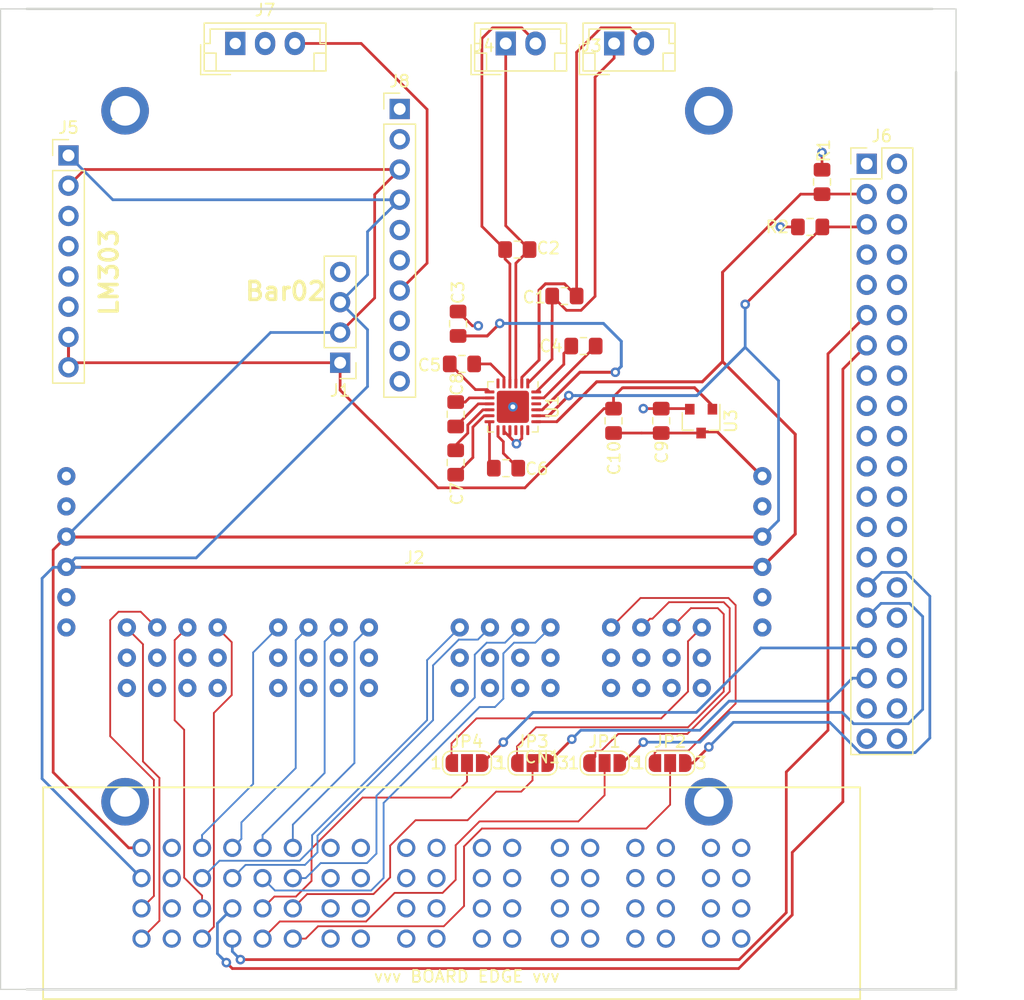
<source format=kicad_pcb>
(kicad_pcb (version 20171130) (host pcbnew "(5.0.0)")
  (layers (0 F.Cu signal) (1 In1.Cu power hide) (2 In2.Cu power hide) (31 B.Cu signal) (34 B.Paste user) (35 F.Paste user) (36 B.SilkS user) (37 F.SilkS user) (38 B.Mask user) (39 F.Mask user) (44 Edge.Cuts user))
  (net 0 "")
  (net 1 GNDPWR)
  (net 2 +5VP)
  (net 3 PWM_0)
  (net 4 PWM_1)
  (net 5 PWM_2)
  (net 6 PWM_3)
  (net 7 PWM_4)
  (net 8 PWM_5)
  (net 9 PWM_6)
  (net 10 PWM_7)
  (net 11 PWM_8)
  (net 12 PWM_9)
  (net 13 PWM_10)
  (net 14 PWM_11)
  (net 15 PWM_15)
  (net 16 PWM_14)
  (net 17 PWM_13)
  (net 18 PWM_12)
  (net 19 +3V3)
  (net 20 /temp1n)
  (net 21 /temp1p)
  (net 22 /temp2n)
  (net 23 /temp2p)
  (net 24 "Net-(J5-Pad3)")
  (net 25 "Net-(J5-Pad4)")
  (net 26 "Net-(J5-Pad5)")
  (net 27 "Net-(J6-Pad1)")
  (net 28 "Net-(J6-Pad4)")
  (net 29 "Net-(J6-Pad7)")
  (net 30 "Net-(J6-Pad8)")
  (net 31 "Net-(J6-Pad9)")
  (net 32 "Net-(J6-Pad10)")
  (net 33 "Net-(J6-Pad12)")
  (net 34 "Net-(J6-Pad14)")
  (net 35 "Net-(J6-Pad15)")
  (net 36 "Net-(J6-Pad20)")
  (net 37 "Net-(J6-Pad21)")
  (net 38 "Net-(J6-Pad22)")
  (net 39 "Net-(J6-Pad23)")
  (net 40 "Net-(J6-Pad24)")
  (net 41 "Net-(J6-Pad25)")
  (net 42 "Net-(J6-Pad26)")
  (net 43 "Net-(J6-Pad27)")
  (net 44 "Net-(J6-Pad28)")
  (net 45 "Net-(J6-Pad30)")
  (net 46 "Net-(J6-Pad32)")
  (net 47 "Net-(J6-Pad34)")
  (net 48 "Net-(J6-Pad36)")
  (net 49 "Net-(J6-Pad37)")
  (net 50 "Net-(J6-Pad38)")
  (net 51 "Net-(J6-Pad39)")
  (net 52 "Net-(J6-Pad40)")
  (net 53 SCL_iso)
  (net 54 SDA_iso)
  (net 55 "Net-(C3-Pad1)")
  (net 56 "Net-(U1-Pad18)")
  (net 57 "Net-(U1-Pad16)")
  (net 58 "Net-(C8-Pad2)")
  (net 59 "Net-(U1-Pad6)")
  (net 60 "Net-(C7-Pad2)")
  (net 61 "Net-(C6-Pad1)")
  (net 62 "Net-(C6-Pad2)")
  (net 63 "Net-(C8-Pad1)")
  (net 64 "Net-(C7-Pad1)")
  (net 65 "Net-(U1-Pad22)")
  (net 66 /DigitalOutput1)
  (net 67 /DigitalOutput2)
  (net 68 DigitalOutput3)
  (net 69 DigitalOutput4)
  (net 70 DigitalOutput5)
  (net 71 DigitalOutput6)
  (net 72 "Net-(J6-Pad17)")
  (net 73 "Net-(J6-Pad19)")
  (net 74 "Net-(J6-Pad16)")
  (net 75 "Net-(J6-Pad18)")
  (net 76 "Net-(C5-Pad2)")
  (net 77 "Net-(C5-Pad1)")
  (net 78 "Net-(C4-Pad1)")
  (net 79 "Net-(C4-Pad2)")
  (net 80 PWM_12_)
  (net 81 PWM_13_)
  (net 82 PWM_14_)
  (net 83 PWM_15_)
  (net 84 "Net-(J8-Pad6)")
  (net 85 "Net-(J7-Pad3)")
  (net 86 "Net-(J8-Pad8)")
  (net 87 "Net-(J8-Pad9)")
  (net 88 "Net-(J8-Pad10)")
  (net 89 "Net-(CN1-Pad3)")
  (net 90 "Net-(CN1-Pad2)")
  (net 91 "Net-(CN1-Pad1)")
  (module Connector_JST:JST_EH_B03B-EH-A_1x03_P2.50mm_Vertical (layer F.Cu) (at 143.5 73.6)
    (fp_text reference J7 (at 2.5 -2.8) (layer F.SilkS))
    (fp_text value Conn_01x03_Female)
    (pad 1 thru_hole rect (at 0 0) (size 1.7 1.95) (drill 0.95) (layers *.Cu *.Mask) (net 2 +5VP))
    (pad 2 thru_hole oval (at 2.5 0) (size 1.7 1.95) (drill 0.95) (layers *.Cu *.Mask) (net 1 GNDPWR))
    (pad 3 thru_hole oval (at 5 0) (size 1.7 1.95) (drill 0.95) (layers *.Cu *.Mask) (net 85 "Net-(J7-Pad3)"))
  )
  (module ROV:Pi3+ (layer F.Cu) (at 134.25 79.25 270)
    (fp_text reference U2 (at 0 0.5 270) (layer F.SilkS))
    (fp_text value Pi3+)
    (pad 4 thru_hole circle (at 58 0 270) (size 4 4) (drill 2.5) (layers *.Cu *.Mask))
    (pad 3 thru_hole circle (at 58 -49 270) (size 4 4) (drill 2.5) (layers *.Cu *.Mask))
    (pad 2 thru_hole circle (at 0 -49 270) (size 4 4) (drill 2.5) (layers *.Cu *.Mask))
    (pad 1 thru_hole circle (at 0 0 270) (size 4 4) (drill 2.5) (layers *.Cu *.Mask))
  )
  (module Connector_PinHeader_2.54mm:PinHeader_1x10_P2.54mm_Vertical (layer F.Cu) (at 157.3 79.1)
    (fp_text reference J8 (at 0 -2.33) (layer F.SilkS))
    (fp_text value Conn_01x10)
    (pad 1 thru_hole rect (at 0 0) (size 1.7 1.7) (drill 1) (layers *.Cu *.Mask) (net 2 +5VP))
    (pad 2 thru_hole oval (at 0 2.54) (size 1.7 1.7) (drill 1) (layers *.Cu *.Mask) (net 1 GNDPWR))
    (pad 3 thru_hole oval (at 0 5.08) (size 1.7 1.7) (drill 1) (layers *.Cu *.Mask) (net 53 SCL_iso))
    (pad 4 thru_hole oval (at 0 7.62) (size 1.7 1.7) (drill 1) (layers *.Cu *.Mask) (net 54 SDA_iso))
    (pad 5 thru_hole oval (at 0 10.16) (size 1.7 1.7) (drill 1) (layers *.Cu *.Mask) (net 1 GNDPWR))
    (pad 6 thru_hole oval (at 0 12.7) (size 1.7 1.7) (drill 1) (layers *.Cu *.Mask) (net 84 "Net-(J8-Pad6)"))
    (pad 7 thru_hole oval (at 0 15.24) (size 1.7 1.7) (drill 1) (layers *.Cu *.Mask) (net 85 "Net-(J7-Pad3)"))
    (pad 8 thru_hole oval (at 0 17.78) (size 1.7 1.7) (drill 1) (layers *.Cu *.Mask) (net 86 "Net-(J8-Pad8)"))
    (pad 9 thru_hole oval (at 0 20.32) (size 1.7 1.7) (drill 1) (layers *.Cu *.Mask) (net 87 "Net-(J8-Pad9)"))
    (pad 10 thru_hole oval (at 0 22.86) (size 1.7 1.7) (drill 1) (layers *.Cu *.Mask) (net 88 "Net-(J8-Pad10)"))
  )
  (module Connector_PinHeader_2.54mm:PinHeader_2x20_P2.54mm_Vertical (layer F.Cu) (at 196.5 83.7)
    (fp_text reference J6 (at 1.27 -2.33) (layer F.SilkS))
    (fp_text value Conn_02x20_Counter_Clockwise)
    (pad 1 thru_hole rect (at 0 0) (size 1.7 1.7) (drill 1) (layers *.Cu *.Mask) (net 27 "Net-(J6-Pad1)"))
    (pad 2 thru_hole oval (at 2.54 0) (size 1.7 1.7) (drill 1) (layers *.Cu *.Mask) (net 2 +5VP))
    (pad 3 thru_hole oval (at 0 2.54) (size 1.7 1.7) (drill 1) (layers *.Cu *.Mask) (net 54 SDA_iso))
    (pad 4 thru_hole oval (at 2.54 2.54) (size 1.7 1.7) (drill 1) (layers *.Cu *.Mask) (net 28 "Net-(J6-Pad4)"))
    (pad 5 thru_hole oval (at 0 5.08) (size 1.7 1.7) (drill 1) (layers *.Cu *.Mask) (net 53 SCL_iso))
    (pad 6 thru_hole oval (at 2.54 5.08) (size 1.7 1.7) (drill 1) (layers *.Cu *.Mask) (net 1 GNDPWR))
    (pad 7 thru_hole oval (at 0 7.62) (size 1.7 1.7) (drill 1) (layers *.Cu *.Mask) (net 29 "Net-(J6-Pad7)"))
    (pad 8 thru_hole oval (at 2.54 7.62) (size 1.7 1.7) (drill 1) (layers *.Cu *.Mask) (net 30 "Net-(J6-Pad8)"))
    (pad 9 thru_hole oval (at 0 10.16) (size 1.7 1.7) (drill 1) (layers *.Cu *.Mask) (net 31 "Net-(J6-Pad9)"))
    (pad 10 thru_hole oval (at 2.54 10.16) (size 1.7 1.7) (drill 1) (layers *.Cu *.Mask) (net 32 "Net-(J6-Pad10)"))
    (pad 11 thru_hole oval (at 0 12.7) (size 1.7 1.7) (drill 1) (layers *.Cu *.Mask) (net 66 /DigitalOutput1))
    (pad 12 thru_hole oval (at 2.54 12.7) (size 1.7 1.7) (drill 1) (layers *.Cu *.Mask) (net 33 "Net-(J6-Pad12)"))
    (pad 13 thru_hole oval (at 0 15.24) (size 1.7 1.7) (drill 1) (layers *.Cu *.Mask) (net 67 /DigitalOutput2))
    (pad 14 thru_hole oval (at 2.54 15.24) (size 1.7 1.7) (drill 1) (layers *.Cu *.Mask) (net 34 "Net-(J6-Pad14)"))
    (pad 15 thru_hole oval (at 0 17.78) (size 1.7 1.7) (drill 1) (layers *.Cu *.Mask) (net 35 "Net-(J6-Pad15)"))
    (pad 16 thru_hole oval (at 2.54 17.78) (size 1.7 1.7) (drill 1) (layers *.Cu *.Mask) (net 74 "Net-(J6-Pad16)"))
    (pad 17 thru_hole oval (at 0 20.32) (size 1.7 1.7) (drill 1) (layers *.Cu *.Mask) (net 72 "Net-(J6-Pad17)"))
    (pad 18 thru_hole oval (at 2.54 20.32) (size 1.7 1.7) (drill 1) (layers *.Cu *.Mask) (net 75 "Net-(J6-Pad18)"))
    (pad 19 thru_hole oval (at 0 22.86) (size 1.7 1.7) (drill 1) (layers *.Cu *.Mask) (net 73 "Net-(J6-Pad19)"))
    (pad 20 thru_hole oval (at 2.54 22.86) (size 1.7 1.7) (drill 1) (layers *.Cu *.Mask) (net 36 "Net-(J6-Pad20)"))
    (pad 21 thru_hole oval (at 0 25.4) (size 1.7 1.7) (drill 1) (layers *.Cu *.Mask) (net 37 "Net-(J6-Pad21)"))
    (pad 22 thru_hole oval (at 2.54 25.4) (size 1.7 1.7) (drill 1) (layers *.Cu *.Mask) (net 38 "Net-(J6-Pad22)"))
    (pad 23 thru_hole oval (at 0 27.94) (size 1.7 1.7) (drill 1) (layers *.Cu *.Mask) (net 39 "Net-(J6-Pad23)"))
    (pad 24 thru_hole oval (at 2.54 27.94) (size 1.7 1.7) (drill 1) (layers *.Cu *.Mask) (net 40 "Net-(J6-Pad24)"))
    (pad 25 thru_hole oval (at 0 30.48) (size 1.7 1.7) (drill 1) (layers *.Cu *.Mask) (net 41 "Net-(J6-Pad25)"))
    (pad 26 thru_hole oval (at 2.54 30.48) (size 1.7 1.7) (drill 1) (layers *.Cu *.Mask) (net 42 "Net-(J6-Pad26)"))
    (pad 27 thru_hole oval (at 0 33.02) (size 1.7 1.7) (drill 1) (layers *.Cu *.Mask) (net 43 "Net-(J6-Pad27)"))
    (pad 28 thru_hole oval (at 2.54 33.02) (size 1.7 1.7) (drill 1) (layers *.Cu *.Mask) (net 44 "Net-(J6-Pad28)"))
    (pad 29 thru_hole oval (at 0 35.56) (size 1.7 1.7) (drill 1) (layers *.Cu *.Mask) (net 68 DigitalOutput3))
    (pad 30 thru_hole oval (at 2.54 35.56) (size 1.7 1.7) (drill 1) (layers *.Cu *.Mask) (net 45 "Net-(J6-Pad30)"))
    (pad 31 thru_hole oval (at 0 38.1) (size 1.7 1.7) (drill 1) (layers *.Cu *.Mask) (net 69 DigitalOutput4))
    (pad 32 thru_hole oval (at 2.54 38.1) (size 1.7 1.7) (drill 1) (layers *.Cu *.Mask) (net 46 "Net-(J6-Pad32)"))
    (pad 33 thru_hole oval (at 0 40.64) (size 1.7 1.7) (drill 1) (layers *.Cu *.Mask) (net 71 DigitalOutput6))
    (pad 34 thru_hole oval (at 2.54 40.64) (size 1.7 1.7) (drill 1) (layers *.Cu *.Mask) (net 47 "Net-(J6-Pad34)"))
    (pad 35 thru_hole oval (at 0 43.18) (size 1.7 1.7) (drill 1) (layers *.Cu *.Mask) (net 70 DigitalOutput5))
    (pad 36 thru_hole oval (at 2.54 43.18) (size 1.7 1.7) (drill 1) (layers *.Cu *.Mask) (net 48 "Net-(J6-Pad36)"))
    (pad 37 thru_hole oval (at 0 45.72) (size 1.7 1.7) (drill 1) (layers *.Cu *.Mask) (net 49 "Net-(J6-Pad37)"))
    (pad 38 thru_hole oval (at 2.54 45.72) (size 1.7 1.7) (drill 1) (layers *.Cu *.Mask) (net 50 "Net-(J6-Pad38)"))
    (pad 39 thru_hole oval (at 0 48.26) (size 1.7 1.7) (drill 1) (layers *.Cu *.Mask) (net 51 "Net-(J6-Pad39)"))
    (pad 40 thru_hole oval (at 2.54 48.26) (size 1.7 1.7) (drill 1) (layers *.Cu *.Mask) (net 52 "Net-(J6-Pad40)"))
  )
  (module Package_DFN_QFN:QFN-24-1EP_4x4mm_P0.5mm_EP2.7x2.7mm (layer F.Cu) (at 166.8 104.1 270)
    (fp_text reference U1 (at 0 -3.32 270) (layer F.SilkS))
    (fp_text value MAX6581)
    (pad 25 smd roundrect (at 0 0 270) (size 2.7 2.7) (layers F.Cu F.Mask) (roundrect_rratio 0.09259299999999999) (net 1 GNDPWR))
    (pad 1 smd roundrect (at -1.9625 -1.25 270) (size 0.825 0.25) (layers F.Cu F.Paste F.Mask) (net 21 /temp1p))
    (pad 2 smd roundrect (at -1.9625 -0.75 270) (size 0.825 0.25) (layers F.Cu F.Paste F.Mask) (net 20 /temp1n))
    (pad 3 smd roundrect (at -1.9625 -0.25 270) (size 0.825 0.25) (layers F.Cu F.Paste F.Mask) (net 23 /temp2p))
    (pad 4 smd roundrect (at -1.9625 0.25 270) (size 0.825 0.25) (layers F.Cu F.Paste F.Mask) (net 22 /temp2n))
    (pad 5 smd roundrect (at -1.9625 0.75 270) (size 0.825 0.25) (layers F.Cu F.Paste F.Mask) (net 76 "Net-(C5-Pad2)"))
    (pad 6 smd roundrect (at -1.9625 1.25 270) (size 0.825 0.25) (layers F.Cu F.Paste F.Mask) (net 59 "Net-(U1-Pad6)"))
    (pad 7 smd roundrect (at -1.25 1.9625 270) (size 0.25 0.825) (layers F.Cu F.Paste F.Mask) (net 77 "Net-(C5-Pad1)"))
    (pad 8 smd roundrect (at -0.75 1.9625 270) (size 0.25 0.825) (layers F.Cu F.Paste F.Mask) (net 63 "Net-(C8-Pad1)"))
    (pad 9 smd roundrect (at -0.25 1.9625 270) (size 0.25 0.825) (layers F.Cu F.Paste F.Mask) (net 58 "Net-(C8-Pad2)"))
    (pad 10 smd roundrect (at 0.25 1.9625 270) (size 0.25 0.825) (layers F.Cu F.Paste F.Mask) (net 64 "Net-(C7-Pad1)"))
    (pad 11 smd roundrect (at 0.75 1.9625 270) (size 0.25 0.825) (layers F.Cu F.Paste F.Mask) (net 60 "Net-(C7-Pad2)"))
    (pad 12 smd roundrect (at 1.25 1.9625 270) (size 0.25 0.825) (layers F.Cu F.Paste F.Mask) (net 61 "Net-(C6-Pad1)"))
    (pad 13 smd roundrect (at 1.9625 1.25 270) (size 0.825 0.25) (layers F.Cu F.Paste F.Mask) (net 62 "Net-(C6-Pad2)"))
    (pad 14 smd roundrect (at 1.9625 0.75 270) (size 0.825 0.25) (layers F.Cu F.Paste F.Mask) (net 2 +5VP))
    (pad 15 smd roundrect (at 1.9625 0.25 270) (size 0.825 0.25) (layers F.Cu F.Paste F.Mask) (net 2 +5VP))
    (pad 16 smd roundrect (at 1.9625 -0.25 270) (size 0.825 0.25) (layers F.Cu F.Paste F.Mask) (net 57 "Net-(U1-Pad16)"))
    (pad 17 smd roundrect (at 1.9625 -0.75 270) (size 0.825 0.25) (layers F.Cu F.Paste F.Mask) (net 2 +5VP))
    (pad 18 smd roundrect (at 1.9625 -1.25 270) (size 0.825 0.25) (layers F.Cu F.Paste F.Mask) (net 56 "Net-(U1-Pad18)"))
    (pad 19 smd roundrect (at 1.25 -1.9625 270) (size 0.25 0.825) (layers F.Cu F.Paste F.Mask) (net 54 SDA_iso))
    (pad 20 smd roundrect (at 0.75 -1.9625 270) (size 0.25 0.825) (layers F.Cu F.Paste F.Mask) (net 53 SCL_iso))
    (pad 21 smd roundrect (at 0.25 -1.9625 270) (size 0.25 0.825) (layers F.Cu F.Paste F.Mask) (net 55 "Net-(C3-Pad1)"))
    (pad 22 smd roundrect (at -0.25 -1.9625 270) (size 0.25 0.825) (layers F.Cu F.Paste F.Mask) (net 65 "Net-(U1-Pad22)"))
    (pad 23 smd roundrect (at -0.75 -1.9625 270) (size 0.25 0.825) (layers F.Cu F.Paste F.Mask) (net 78 "Net-(C4-Pad1)"))
    (pad 24 smd roundrect (at -1.25 -1.9625 270) (size 0.25 0.825) (layers F.Cu F.Paste F.Mask) (net 79 "Net-(C4-Pad2)"))
  )
  (module Package_TO_SOT_SMD:SOT-23 (layer F.Cu) (at 182.6 105.3 270)
    (fp_text reference U3 (at 0 -2.5 270) (layer F.SilkS))
    (fp_text value LM3480-3.3)
    (pad 1 smd rect (at -1 -0.95 270) (size 0.9 0.8) (layers F.Cu F.Paste F.Mask) (net 19 +3V3))
    (pad 2 smd rect (at -1 0.95 270) (size 0.9 0.8) (layers F.Cu F.Paste F.Mask) (net 2 +5VP))
    (pad 3 smd rect (at 1 0 270) (size 0.9 0.8) (layers F.Cu F.Paste F.Mask) (net 1 GNDPWR))
  )
  (module ROV:PCA9685 (layer F.Cu) (at 158.53 116.27)
    (fp_text reference J2 (at 0 0.5) (layer F.SilkS))
    (fp_text value Conn_02x10_Counter_Clockwise)
    (pad 19 thru_hole circle (at -29.21 1.27) (size 1.524 1.524) (drill 0.762) (layers *.Cu *.Mask) (net 54 SDA_iso))
    (pad 18 thru_hole circle (at -29.21 -1.27) (size 1.524 1.524) (drill 0.762) (layers *.Cu *.Mask) (net 53 SCL_iso))
    (pad 20 thru_hole circle (at -29.21 3.81) (size 1.524 1.524) (drill 0.762) (layers *.Cu *.Mask) (net 2 +5VP))
    (pad "" thru_hole circle (at -29.21 -3.81) (size 1.524 1.524) (drill 0.762) (layers *.Cu *.Mask))
    (pad 17 thru_hole circle (at -29.21 -6.35) (size 1.524 1.524) (drill 0.762) (layers *.Cu *.Mask) (net 1 GNDPWR))
    (pad "" thru_hole circle (at -29.21 6.35) (size 1.524 1.524) (drill 0.762) (layers *.Cu *.Mask))
    (pad 19 thru_hole circle (at 29.21 1.27) (size 1.524 1.524) (drill 0.762) (layers *.Cu *.Mask) (net 54 SDA_iso))
    (pad 20 thru_hole circle (at 29.21 3.81) (size 1.524 1.524) (drill 0.762) (layers *.Cu *.Mask) (net 2 +5VP))
    (pad 18 thru_hole circle (at 29.21 -1.27) (size 1.524 1.524) (drill 0.762) (layers *.Cu *.Mask) (net 53 SCL_iso))
    (pad "" thru_hole circle (at 29.21 -3.81) (size 1.524 1.524) (drill 0.762) (layers *.Cu *.Mask))
    (pad 17 thru_hole circle (at 29.21 -6.35) (size 1.524 1.524) (drill 0.762) (layers *.Cu *.Mask) (net 1 GNDPWR))
    (pad "" thru_hole circle (at 29.21 6.35) (size 1.524 1.524) (drill 0.762) (layers *.Cu *.Mask))
    (pad 17 thru_hole circle (at -24.13 11.43) (size 1.524 1.524) (drill 0.762) (layers *.Cu *.Mask) (net 1 GNDPWR))
    (pad "" thru_hole circle (at -24.13 8.89) (size 1.524 1.524) (drill 0.762) (layers *.Cu *.Mask))
    (pad 1 thru_hole circle (at -24.13 6.35) (size 1.524 1.524) (drill 0.762) (layers *.Cu *.Mask) (net 3 PWM_0))
    (pad 2 thru_hole circle (at -21.59 6.35) (size 1.524 1.524) (drill 0.762) (layers *.Cu *.Mask) (net 4 PWM_1))
    (pad 17 thru_hole circle (at -21.59 11.43) (size 1.524 1.524) (drill 0.762) (layers *.Cu *.Mask) (net 1 GNDPWR))
    (pad "" thru_hole circle (at -21.59 8.89) (size 1.524 1.524) (drill 0.762) (layers *.Cu *.Mask))
    (pad 3 thru_hole circle (at -19.05 6.35) (size 1.524 1.524) (drill 0.762) (layers *.Cu *.Mask) (net 5 PWM_2))
    (pad 17 thru_hole circle (at -19.05 11.43) (size 1.524 1.524) (drill 0.762) (layers *.Cu *.Mask) (net 1 GNDPWR))
    (pad "" thru_hole circle (at -19.05 8.89) (size 1.524 1.524) (drill 0.762) (layers *.Cu *.Mask))
    (pad 4 thru_hole circle (at -16.51 6.35) (size 1.524 1.524) (drill 0.762) (layers *.Cu *.Mask) (net 6 PWM_3))
    (pad 17 thru_hole circle (at -16.51 11.43) (size 1.524 1.524) (drill 0.762) (layers *.Cu *.Mask) (net 1 GNDPWR))
    (pad "" thru_hole circle (at -16.51 8.89) (size 1.524 1.524) (drill 0.762) (layers *.Cu *.Mask))
    (pad 5 thru_hole circle (at -11.43 6.35) (size 1.524 1.524) (drill 0.762) (layers *.Cu *.Mask) (net 7 PWM_4))
    (pad 17 thru_hole circle (at -11.43 11.43) (size 1.524 1.524) (drill 0.762) (layers *.Cu *.Mask) (net 1 GNDPWR))
    (pad "" thru_hole circle (at -11.43 8.89) (size 1.524 1.524) (drill 0.762) (layers *.Cu *.Mask))
    (pad 6 thru_hole circle (at -8.89 6.35) (size 1.524 1.524) (drill 0.762) (layers *.Cu *.Mask) (net 8 PWM_5))
    (pad 17 thru_hole circle (at -8.89 11.43) (size 1.524 1.524) (drill 0.762) (layers *.Cu *.Mask) (net 1 GNDPWR))
    (pad "" thru_hole circle (at -8.89 8.89) (size 1.524 1.524) (drill 0.762) (layers *.Cu *.Mask))
    (pad 7 thru_hole circle (at -6.35 6.35) (size 1.524 1.524) (drill 0.762) (layers *.Cu *.Mask) (net 9 PWM_6))
    (pad 17 thru_hole circle (at -6.35 11.43) (size 1.524 1.524) (drill 0.762) (layers *.Cu *.Mask) (net 1 GNDPWR))
    (pad "" thru_hole circle (at -6.35 8.89) (size 1.524 1.524) (drill 0.762) (layers *.Cu *.Mask))
    (pad 8 thru_hole circle (at -3.81 6.35) (size 1.524 1.524) (drill 0.762) (layers *.Cu *.Mask) (net 10 PWM_7))
    (pad 17 thru_hole circle (at -3.81 11.43) (size 1.524 1.524) (drill 0.762) (layers *.Cu *.Mask) (net 1 GNDPWR))
    (pad "" thru_hole circle (at -3.81 8.89) (size 1.524 1.524) (drill 0.762) (layers *.Cu *.Mask))
    (pad 9 thru_hole circle (at 3.81 6.35) (size 1.524 1.524) (drill 0.762) (layers *.Cu *.Mask) (net 11 PWM_8))
    (pad 17 thru_hole circle (at 3.81 11.43) (size 1.524 1.524) (drill 0.762) (layers *.Cu *.Mask) (net 1 GNDPWR))
    (pad "" thru_hole circle (at 3.81 8.89) (size 1.524 1.524) (drill 0.762) (layers *.Cu *.Mask))
    (pad 10 thru_hole circle (at 6.35 6.35) (size 1.524 1.524) (drill 0.762) (layers *.Cu *.Mask) (net 12 PWM_9))
    (pad "" thru_hole circle (at 6.35 8.89) (size 1.524 1.524) (drill 0.762) (layers *.Cu *.Mask))
    (pad 17 thru_hole circle (at 6.35 11.43) (size 1.524 1.524) (drill 0.762) (layers *.Cu *.Mask) (net 1 GNDPWR))
    (pad 11 thru_hole circle (at 8.89 6.35) (size 1.524 1.524) (drill 0.762) (layers *.Cu *.Mask) (net 13 PWM_10))
    (pad "" thru_hole circle (at 8.89 8.89) (size 1.524 1.524) (drill 0.762) (layers *.Cu *.Mask))
    (pad 17 thru_hole circle (at 8.89 11.43) (size 1.524 1.524) (drill 0.762) (layers *.Cu *.Mask) (net 1 GNDPWR))
    (pad 12 thru_hole circle (at 11.43 6.35) (size 1.524 1.524) (drill 0.762) (layers *.Cu *.Mask) (net 14 PWM_11))
    (pad "" thru_hole circle (at 11.43 8.89) (size 1.524 1.524) (drill 0.762) (layers *.Cu *.Mask))
    (pad 17 thru_hole circle (at 11.43 11.43) (size 1.524 1.524) (drill 0.762) (layers *.Cu *.Mask) (net 1 GNDPWR))
    (pad 16 thru_hole circle (at 24.13 6.35) (size 1.524 1.524) (drill 0.762) (layers *.Cu *.Mask) (net 83 PWM_15_))
    (pad 17 thru_hole circle (at 24.13 11.43) (size 1.524 1.524) (drill 0.762) (layers *.Cu *.Mask) (net 1 GNDPWR))
    (pad "" thru_hole circle (at 24.13 8.89) (size 1.524 1.524) (drill 0.762) (layers *.Cu *.Mask))
    (pad 15 thru_hole circle (at 21.59 6.35) (size 1.524 1.524) (drill 0.762) (layers *.Cu *.Mask) (net 82 PWM_14_))
    (pad "" thru_hole circle (at 21.59 8.89) (size 1.524 1.524) (drill 0.762) (layers *.Cu *.Mask))
    (pad 17 thru_hole circle (at 21.59 11.43) (size 1.524 1.524) (drill 0.762) (layers *.Cu *.Mask) (net 1 GNDPWR))
    (pad 17 thru_hole circle (at 19.05 11.43) (size 1.524 1.524) (drill 0.762) (layers *.Cu *.Mask) (net 1 GNDPWR))
    (pad "" thru_hole circle (at 19.05 8.89) (size 1.524 1.524) (drill 0.762) (layers *.Cu *.Mask))
    (pad 14 thru_hole circle (at 19.05 6.35) (size 1.524 1.524) (drill 0.762) (layers *.Cu *.Mask) (net 81 PWM_13_))
    (pad 13 thru_hole circle (at 16.51 6.35) (size 1.524 1.524) (drill 0.762) (layers *.Cu *.Mask) (net 80 PWM_12_))
    (pad "" thru_hole circle (at 16.51 8.89) (size 1.524 1.524) (drill 0.762) (layers *.Cu *.Mask))
    (pad 17 thru_hole circle (at 16.51 11.43) (size 1.524 1.524) (drill 0.762) (layers *.Cu *.Mask) (net 1 GNDPWR))
  )
  (module Capacitor_SMD:C_0805_2012Metric_Pad1.15x1.40mm_HandSolder (layer F.Cu) (at 179.25 105.275 90)
    (fp_text reference C9 (at -2.625 0.05 90) (layer F.SilkS))
    (fp_text value 0.1uF)
    (pad 2 smd roundrect (at 1.025 0 90) (size 1.15 1.4) (layers F.Cu F.Paste F.Mask) (roundrect_rratio 0.217391) (net 2 +5VP))
    (pad 1 smd roundrect (at -1.025 0 90) (size 1.15 1.4) (layers F.Cu F.Paste F.Mask) (roundrect_rratio 0.217391) (net 1 GNDPWR))
  )
  (module Jumper:SolderJumper-3_P1.3mm_Open_RoundedPad1.0x1.5mm_NumberLabels (layer F.Cu) (at 174.5 134)
    (fp_text reference JP1 (at 0 -1.8) (layer F.SilkS))
    (fp_text value SolderJumper_3_Open)
    (fp_text user 1 (at -2.6 0) (layer F.SilkS))
    (fp_text user 3 (at 2.6 0) (layer F.SilkS))
    (pad 2 smd rect (at 0 0) (size 1 1.5) (layers F.Cu F.Mask) (net 17 PWM_13))
    (pad 3 smd custom (at 1.3 0) (size 1 0.5) (layers F.Cu F.Mask) (net 69 DigitalOutput4) (options (clearance outline) (anchor rect)) (primitives (gr_circle (center 0 0.25) (end 0.5 0.25) (width 0)) (gr_circle (center 0 -0.25) (end 0.5 -0.25) (width 0)) (gr_poly (pts (xy -0.55 -0.75) (xy 0 -0.75) (xy 0 0.75) (xy -0.55 0.75)) (width 0))))
    (pad 1 smd custom (at -1.3 0) (size 1 0.5) (layers F.Cu F.Mask) (net 81 PWM_13_) (options (clearance outline) (anchor rect)) (primitives (gr_circle (center 0 0.25) (end 0.5 0.25) (width 0)) (gr_circle (center 0 -0.25) (end 0.5 -0.25) (width 0)) (gr_poly (pts (xy 0.55 -0.75) (xy 0 -0.75) (xy 0 0.75) (xy 0.55 0.75)) (width 0))))
  )
  (module Jumper:SolderJumper-3_P1.3mm_Open_RoundedPad1.0x1.5mm_NumberLabels (layer F.Cu) (at 180 134)
    (fp_text reference JP2 (at 0 -1.8) (layer F.SilkS))
    (fp_text value SolderJumper_3_Open)
    (fp_text user 1 (at -2.6 0) (layer F.SilkS))
    (fp_text user 3 (at 2.6 0) (layer F.SilkS))
    (pad 2 smd rect (at 0 0) (size 1 1.5) (layers F.Cu F.Mask) (net 18 PWM_12))
    (pad 3 smd custom (at 1.3 0) (size 1 0.5) (layers F.Cu F.Mask) (net 68 DigitalOutput3) (options (clearance outline) (anchor rect)) (primitives (gr_circle (center 0 0.25) (end 0.5 0.25) (width 0)) (gr_circle (center 0 -0.25) (end 0.5 -0.25) (width 0)) (gr_poly (pts (xy -0.55 -0.75) (xy 0 -0.75) (xy 0 0.75) (xy -0.55 0.75)) (width 0))))
    (pad 1 smd custom (at -1.3 0) (size 1 0.5) (layers F.Cu F.Mask) (net 80 PWM_12_) (options (clearance outline) (anchor rect)) (primitives (gr_circle (center 0 0.25) (end 0.5 0.25) (width 0)) (gr_circle (center 0 -0.25) (end 0.5 -0.25) (width 0)) (gr_poly (pts (xy 0.55 -0.75) (xy 0 -0.75) (xy 0 0.75) (xy 0.55 0.75)) (width 0))))
  )
  (module Jumper:SolderJumper-3_P1.3mm_Open_RoundedPad1.0x1.5mm_NumberLabels (layer F.Cu) (at 168.45 134)
    (fp_text reference JP3 (at 0 -1.8) (layer F.SilkS))
    (fp_text value SolderJumper_3_Open)
    (fp_text user 1 (at -2.6 0) (layer F.SilkS))
    (fp_text user 3 (at 2.6 0) (layer F.SilkS))
    (pad 2 smd rect (at 0 0) (size 1 1.5) (layers F.Cu F.Mask) (net 16 PWM_14))
    (pad 3 smd custom (at 1.3 0) (size 1 0.5) (layers F.Cu F.Mask) (net 70 DigitalOutput5) (options (clearance outline) (anchor rect)) (primitives (gr_circle (center 0 0.25) (end 0.5 0.25) (width 0)) (gr_circle (center 0 -0.25) (end 0.5 -0.25) (width 0)) (gr_poly (pts (xy -0.55 -0.75) (xy 0 -0.75) (xy 0 0.75) (xy -0.55 0.75)) (width 0))))
    (pad 1 smd custom (at -1.3 0) (size 1 0.5) (layers F.Cu F.Mask) (net 82 PWM_14_) (options (clearance outline) (anchor rect)) (primitives (gr_circle (center 0 0.25) (end 0.5 0.25) (width 0)) (gr_circle (center 0 -0.25) (end 0.5 -0.25) (width 0)) (gr_poly (pts (xy 0.55 -0.75) (xy 0 -0.75) (xy 0 0.75) (xy 0.55 0.75)) (width 0))))
  )
  (module Jumper:SolderJumper-3_P1.3mm_Open_RoundedPad1.0x1.5mm_NumberLabels (layer F.Cu) (at 162.95 134)
    (fp_text reference JP4 (at 0 -1.8) (layer F.SilkS))
    (fp_text value SolderJumper_3_Open)
    (fp_text user 1 (at -2.6 0) (layer F.SilkS))
    (fp_text user 3 (at 2.6 0) (layer F.SilkS))
    (pad 2 smd rect (at 0 0) (size 1 1.5) (layers F.Cu F.Mask) (net 15 PWM_15))
    (pad 3 smd custom (at 1.3 0) (size 1 0.5) (layers F.Cu F.Mask) (net 71 DigitalOutput6) (options (clearance outline) (anchor rect)) (primitives (gr_circle (center 0 0.25) (end 0.5 0.25) (width 0)) (gr_circle (center 0 -0.25) (end 0.5 -0.25) (width 0)) (gr_poly (pts (xy -0.55 -0.75) (xy 0 -0.75) (xy 0 0.75) (xy -0.55 0.75)) (width 0))))
    (pad 1 smd custom (at -1.3 0) (size 1 0.5) (layers F.Cu F.Mask) (net 83 PWM_15_) (options (clearance outline) (anchor rect)) (primitives (gr_circle (center 0 0.25) (end 0.5 0.25) (width 0)) (gr_circle (center 0 -0.25) (end 0.5 -0.25) (width 0)) (gr_poly (pts (xy 0.55 -0.75) (xy 0 -0.75) (xy 0 0.75) (xy 0.55 0.75)) (width 0))))
  )
  (module Resistor_SMD:R_0805_2012Metric_Pad1.15x1.40mm_HandSolder (layer F.Cu) (at 192.75 85.225 270)
    (fp_text reference R1 (at -2.625 -0.15 270) (layer F.SilkS))
    (fp_text value 10k)
    (pad 2 smd roundrect (at 1.025 0 270) (size 1.15 1.4) (layers F.Cu F.Paste F.Mask) (roundrect_rratio 0.217391) (net 54 SDA_iso))
    (pad 1 smd roundrect (at -1.025 0 270) (size 1.15 1.4) (layers F.Cu F.Paste F.Mask) (roundrect_rratio 0.217391) (net 2 +5VP))
  )
  (module Resistor_SMD:R_0805_2012Metric_Pad1.15x1.40mm_HandSolder (layer F.Cu) (at 191.75 89 180)
    (fp_text reference R2 (at 2.75 0 180) (layer F.SilkS))
    (fp_text value 10k)
    (pad 2 smd roundrect (at 1.025 0 180) (size 1.15 1.4) (layers F.Cu F.Paste F.Mask) (roundrect_rratio 0.217391) (net 2 +5VP))
    (pad 1 smd roundrect (at -1.025 0 180) (size 1.15 1.4) (layers F.Cu F.Paste F.Mask) (roundrect_rratio 0.217391) (net 53 SCL_iso))
  )
  (module Capacitor_SMD:C_0805_2012Metric_Pad1.15x1.40mm_HandSolder (layer F.Cu) (at 162 108.775 270)
    (fp_text reference C7 (at 2.625 -0.1 270) (layer F.SilkS))
    (fp_text value "100 pF")
    (pad 2 smd roundrect (at 1.025 0 270) (size 1.15 1.4) (layers F.Cu F.Paste F.Mask) (roundrect_rratio 0.217391) (net 60 "Net-(C7-Pad2)"))
    (pad 1 smd roundrect (at -1.025 0 270) (size 1.15 1.4) (layers F.Cu F.Paste F.Mask) (roundrect_rratio 0.217391) (net 64 "Net-(C7-Pad1)"))
  )
  (module Capacitor_SMD:C_0805_2012Metric_Pad1.15x1.40mm_HandSolder (layer F.Cu) (at 162 104.725 270)
    (fp_text reference C8 (at -2.525 -0.1 270) (layer F.SilkS))
    (fp_text value "100 pF")
    (pad 2 smd roundrect (at 1.025 0 270) (size 1.15 1.4) (layers F.Cu F.Paste F.Mask) (roundrect_rratio 0.217391) (net 58 "Net-(C8-Pad2)"))
    (pad 1 smd roundrect (at -1.025 0 270) (size 1.15 1.4) (layers F.Cu F.Paste F.Mask) (roundrect_rratio 0.217391) (net 63 "Net-(C8-Pad1)"))
  )
  (module Capacitor_SMD:C_0805_2012Metric_Pad1.15x1.40mm_HandSolder (layer F.Cu) (at 175.25 105.275 270)
    (fp_text reference C10 (at 3.125 -0.05 270) (layer F.SilkS))
    (fp_text value 0.1uF)
    (pad 2 smd roundrect (at 1.025 0 270) (size 1.15 1.4) (layers F.Cu F.Paste F.Mask) (roundrect_rratio 0.217391) (net 1 GNDPWR))
    (pad 1 smd roundrect (at -1.025 0 270) (size 1.15 1.4) (layers F.Cu F.Paste F.Mask) (roundrect_rratio 0.217391) (net 19 +3V3))
  )
  (module Capacitor_SMD:C_0805_2012Metric_Pad1.15x1.40mm_HandSolder (layer F.Cu) (at 166.225 109.25)
    (fp_text reference C6 (at 2.575 0.05) (layer F.SilkS))
    (fp_text value "100 pF")
    (pad 2 smd roundrect (at 1.025 0) (size 1.15 1.4) (layers F.Cu F.Paste F.Mask) (roundrect_rratio 0.217391) (net 62 "Net-(C6-Pad2)"))
    (pad 1 smd roundrect (at -1.025 0) (size 1.15 1.4) (layers F.Cu F.Paste F.Mask) (roundrect_rratio 0.217391) (net 61 "Net-(C6-Pad1)"))
  )
  (module Connector_PinHeader_2.54mm:PinHeader_1x08_P2.54mm_Vertical (layer F.Cu) (at 129.5 83)
    (fp_text reference J5 (at 0 -2.33) (layer F.SilkS))
    (fp_text value LSM303)
    (pad 8 thru_hole oval (at 0 17.78) (size 1.7 1.7) (drill 1) (layers *.Cu *.Mask) (net 19 +3V3))
    (pad 7 thru_hole oval (at 0 15.24) (size 1.7 1.7) (drill 1) (layers *.Cu *.Mask) (net 19 +3V3))
    (pad 6 thru_hole oval (at 0 12.7) (size 1.7 1.7) (drill 1) (layers *.Cu *.Mask) (net 1 GNDPWR))
    (pad 5 thru_hole oval (at 0 10.16) (size 1.7 1.7) (drill 1) (layers *.Cu *.Mask) (net 26 "Net-(J5-Pad5)"))
    (pad 4 thru_hole oval (at 0 7.62) (size 1.7 1.7) (drill 1) (layers *.Cu *.Mask) (net 25 "Net-(J5-Pad4)"))
    (pad 3 thru_hole oval (at 0 5.08) (size 1.7 1.7) (drill 1) (layers *.Cu *.Mask) (net 24 "Net-(J5-Pad3)"))
    (pad 2 thru_hole oval (at 0 2.54) (size 1.7 1.7) (drill 1) (layers *.Cu *.Mask) (net 53 SCL_iso))
    (pad 1 thru_hole rect (at 0 0) (size 1.7 1.7) (drill 1) (layers *.Cu *.Mask) (net 54 SDA_iso))
  )
  (module Capacitor_SMD:C_0805_2012Metric_Pad1.15x1.40mm_HandSolder (layer F.Cu) (at 167.175 90.9 180)
    (fp_text reference C2 (at -2.6 0.125 180) (layer F.SilkS))
    (fp_text value 100pF)
    (pad 2 smd roundrect (at 1.025 0 180) (size 1.15 1.4) (layers F.Cu F.Paste F.Mask) (roundrect_rratio 0.217391) (net 22 /temp2n))
    (pad 1 smd roundrect (at -1.025 0 180) (size 1.15 1.4) (layers F.Cu F.Paste F.Mask) (roundrect_rratio 0.217391) (net 23 /temp2p))
  )
  (module Capacitor_SMD:C_0805_2012Metric_Pad1.15x1.40mm_HandSolder (layer F.Cu) (at 162.2 97.125 90)
    (fp_text reference C3 (at 2.625 0 -90) (layer F.SilkS))
    (fp_text value 0.1uF)
    (pad 2 smd roundrect (at 1.025 0 90) (size 1.15 1.4) (layers F.Cu F.Paste F.Mask) (roundrect_rratio 0.217391) (net 1 GNDPWR))
    (pad 1 smd roundrect (at -1.025 0 90) (size 1.15 1.4) (layers F.Cu F.Paste F.Mask) (roundrect_rratio 0.217391) (net 55 "Net-(C3-Pad1)"))
  )
  (module Capacitor_SMD:C_0805_2012Metric_Pad1.15x1.40mm_HandSolder (layer F.Cu) (at 172.725 99 180)
    (fp_text reference C4 (at 2.725 0 180) (layer F.SilkS))
    (fp_text value "100 pF")
    (pad 2 smd roundrect (at 1.025 0 180) (size 1.15 1.4) (layers F.Cu F.Paste F.Mask) (roundrect_rratio 0.217391) (net 79 "Net-(C4-Pad2)"))
    (pad 1 smd roundrect (at -1.025 0 180) (size 1.15 1.4) (layers F.Cu F.Paste F.Mask) (roundrect_rratio 0.217391) (net 78 "Net-(C4-Pad1)"))
  )
  (module Capacitor_SMD:C_0805_2012Metric_Pad1.15x1.40mm_HandSolder (layer F.Cu) (at 162.525 100.5)
    (fp_text reference C5 (at -2.725 0.1) (layer F.SilkS))
    (fp_text value "100 pF")
    (pad 2 smd roundrect (at 1.025 0) (size 1.15 1.4) (layers F.Cu F.Paste F.Mask) (roundrect_rratio 0.217391) (net 76 "Net-(C5-Pad2)"))
    (pad 1 smd roundrect (at -1.025 0) (size 1.15 1.4) (layers F.Cu F.Paste F.Mask) (roundrect_rratio 0.217391) (net 77 "Net-(C5-Pad1)"))
  )
  (module Capacitor_SMD:C_0805_2012Metric_Pad1.15x1.40mm_HandSolder (layer F.Cu) (at 171.125 94.8)
    (fp_text reference C1 (at -2.525 0.1) (layer F.SilkS))
    (fp_text value 100pF)
    (pad 2 smd roundrect (at 1.025 0) (size 1.15 1.4) (layers F.Cu F.Paste F.Mask) (roundrect_rratio 0.217391) (net 20 /temp1n))
    (pad 1 smd roundrect (at -1.025 0) (size 1.15 1.4) (layers F.Cu F.Paste F.Mask) (roundrect_rratio 0.217391) (net 21 /temp1p))
  )
  (module Connector_JST:JST_EH_B02B-EH-A_1x02_P2.50mm_Vertical (layer F.Cu) (at 166.2 73.6)
    (fp_text reference J4 (at -1.8 0.2) (layer F.SilkS))
    (fp_text value Conn_01x02)
    (pad 2 thru_hole oval (at 2.5 0) (size 1.7 2) (drill 1) (layers *.Cu *.Mask) (net 22 /temp2n))
    (pad 1 thru_hole rect (at 0 0) (size 1.7 2) (drill 1) (layers *.Cu *.Mask) (net 23 /temp2p))
  )
  (module Connector_JST:JST_EH_B02B-EH-A_1x02_P2.50mm_Vertical (layer F.Cu) (at 175.3 73.6)
    (fp_text reference J3 (at -1.9 0.2) (layer F.SilkS))
    (fp_text value Conn_01x02)
    (pad 2 thru_hole oval (at 2.5 0) (size 1.7 2) (drill 1) (layers *.Cu *.Mask) (net 20 /temp1n))
    (pad 1 thru_hole rect (at 0 0) (size 1.7 2) (drill 1) (layers *.Cu *.Mask) (net 21 /temp1p))
  )
  (module Connector_PinHeader_2.54mm:PinHeader_1x04_P2.54mm_Vertical (layer F.Cu) (at 152.3 100.4 180)
    (fp_text reference J1 (at 0 -2.33 180) (layer F.SilkS))
    (fp_text value Bar02)
    (pad 4 thru_hole oval (at 0 7.62 180) (size 1.7 1.7) (drill 1) (layers *.Cu *.Mask) (net 1 GNDPWR))
    (pad 3 thru_hole oval (at 0 5.08 180) (size 1.7 1.7) (drill 1) (layers *.Cu *.Mask) (net 54 SDA_iso))
    (pad 2 thru_hole oval (at 0 2.54 180) (size 1.7 1.7) (drill 1) (layers *.Cu *.Mask) (net 53 SCL_iso))
    (pad 1 thru_hole rect (at 0 0 180) (size 1.7 1.7) (drill 1) (layers *.Cu *.Mask) (net 19 +3V3))
  )
  (module ROV:609-3634-ND (layer F.Cu) (at 129.91 141.12)
    (fp_text reference CN1 (at 39.37 -7.62) (layer F.SilkS))
    (fp_text value 609-3634-ND)
    (fp_text user "vvv BOARD EDGE vvv" (at 33.02 10.795) (layer F.SilkS))
    (pad "" np_thru_hole circle (at 0 5.08) (size 2.54 2.54) (drill 2.54) (layers *.Cu *.Mask))
    (pad "" np_thru_hole circle (at 62.23 5.08) (size 2.54 2.54) (drill 2.54) (layers *.Cu *.Mask))
    (pad 6 thru_hole circle (at 56.06 5.08) (size 1.524 1.524) (drill 1.016) (layers *.Cu *.Mask) (net 1 GNDPWR))
    (pad 6 thru_hole circle (at 56.06 0) (size 1.524 1.524) (drill 1.016) (layers *.Cu *.Mask) (net 1 GNDPWR))
    (pad 6 thru_hole circle (at 53.52 5.08) (size 1.524 1.524) (drill 1.016) (layers *.Cu *.Mask) (net 1 GNDPWR))
    (pad 6 thru_hole circle (at 56.06 7.62) (size 1.524 1.524) (drill 1.016) (layers *.Cu *.Mask) (net 1 GNDPWR))
    (pad 6 thru_hole circle (at 53.52 0) (size 1.524 1.524) (drill 1.016) (layers *.Cu *.Mask) (net 1 GNDPWR))
    (pad 6 thru_hole circle (at 53.52 2.54) (size 1.524 1.524) (drill 1.016) (layers *.Cu *.Mask) (net 1 GNDPWR))
    (pad 6 thru_hole circle (at 53.52 7.62) (size 1.524 1.524) (drill 1.016) (layers *.Cu *.Mask) (net 1 GNDPWR))
    (pad 6 thru_hole circle (at 56.06 2.54) (size 1.524 1.524) (drill 1.016) (layers *.Cu *.Mask) (net 1 GNDPWR))
    (pad 5 thru_hole circle (at 49.73 7.62) (size 1.524 1.524) (drill 1.016) (layers *.Cu *.Mask) (net 1 GNDPWR))
    (pad 5 thru_hole circle (at 49.73 2.54) (size 1.524 1.524) (drill 1.016) (layers *.Cu *.Mask) (net 1 GNDPWR))
    (pad 5 thru_hole circle (at 47.17 2.54) (size 1.524 1.524) (drill 1.016) (layers *.Cu *.Mask) (net 1 GNDPWR))
    (pad 5 thru_hole circle (at 47.17 5.08) (size 1.524 1.524) (drill 1.016) (layers *.Cu *.Mask) (net 1 GNDPWR))
    (pad 5 thru_hole circle (at 47.17 7.62) (size 1.524 1.524) (drill 1.016) (layers *.Cu *.Mask) (net 1 GNDPWR))
    (pad 5 thru_hole circle (at 49.73 5.08) (size 1.524 1.524) (drill 1.016) (layers *.Cu *.Mask) (net 1 GNDPWR))
    (pad 5 thru_hole circle (at 47.17 0) (size 1.524 1.524) (drill 1.016) (layers *.Cu *.Mask) (net 1 GNDPWR))
    (pad 5 thru_hole circle (at 49.73 0) (size 1.524 1.524) (drill 1.016) (layers *.Cu *.Mask) (net 1 GNDPWR))
    (pad 4 thru_hole circle (at 40.84 7.62) (size 1.524 1.524) (drill 1.016) (layers *.Cu *.Mask) (net 1 GNDPWR))
    (pad 4 thru_hole circle (at 43.38 2.54) (size 1.524 1.524) (drill 1.016) (layers *.Cu *.Mask) (net 1 GNDPWR))
    (pad 4 thru_hole circle (at 40.84 2.54) (size 1.524 1.524) (drill 1.016) (layers *.Cu *.Mask) (net 1 GNDPWR))
    (pad 4 thru_hole circle (at 43.38 0) (size 1.524 1.524) (drill 1.016) (layers *.Cu *.Mask) (net 1 GNDPWR))
    (pad 4 thru_hole circle (at 43.38 5.08) (size 1.524 1.524) (drill 1.016) (layers *.Cu *.Mask) (net 1 GNDPWR))
    (pad 4 thru_hole circle (at 40.84 5.08) (size 1.524 1.524) (drill 1.016) (layers *.Cu *.Mask) (net 1 GNDPWR))
    (pad 4 thru_hole circle (at 40.84 0) (size 1.524 1.524) (drill 1.016) (layers *.Cu *.Mask) (net 1 GNDPWR))
    (pad 4 thru_hole circle (at 43.38 7.62) (size 1.524 1.524) (drill 1.016) (layers *.Cu *.Mask) (net 1 GNDPWR))
    (pad 3 thru_hole circle (at 34.29 5.08) (size 1.524 1.524) (drill 1.016) (layers *.Cu *.Mask) (net 89 "Net-(CN1-Pad3)"))
    (pad 3 thru_hole circle (at 34.29 0) (size 1.524 1.524) (drill 1.016) (layers *.Cu *.Mask) (net 89 "Net-(CN1-Pad3)"))
    (pad 3 thru_hole circle (at 34.29 2.54) (size 1.524 1.524) (drill 1.016) (layers *.Cu *.Mask) (net 89 "Net-(CN1-Pad3)"))
    (pad 3 thru_hole circle (at 34.29 7.62) (size 1.524 1.524) (drill 1.016) (layers *.Cu *.Mask) (net 89 "Net-(CN1-Pad3)"))
    (pad 3 thru_hole circle (at 36.83 5.08) (size 1.524 1.524) (drill 1.016) (layers *.Cu *.Mask) (net 89 "Net-(CN1-Pad3)"))
    (pad 3 thru_hole circle (at 36.83 7.62) (size 1.524 1.524) (drill 1.016) (layers *.Cu *.Mask) (net 89 "Net-(CN1-Pad3)"))
    (pad 3 thru_hole circle (at 36.83 0) (size 1.524 1.524) (drill 1.016) (layers *.Cu *.Mask) (net 89 "Net-(CN1-Pad3)"))
    (pad 3 thru_hole circle (at 36.83 2.54) (size 1.524 1.524) (drill 1.016) (layers *.Cu *.Mask) (net 89 "Net-(CN1-Pad3)"))
    (pad 2 thru_hole circle (at 30.48 5.08) (size 1.524 1.524) (drill 1.016) (layers *.Cu *.Mask) (net 90 "Net-(CN1-Pad2)"))
    (pad 2 thru_hole circle (at 30.48 0) (size 1.524 1.524) (drill 1.016) (layers *.Cu *.Mask) (net 90 "Net-(CN1-Pad2)"))
    (pad 2 thru_hole circle (at 30.48 2.54) (size 1.524 1.524) (drill 1.016) (layers *.Cu *.Mask) (net 90 "Net-(CN1-Pad2)"))
    (pad 2 thru_hole circle (at 30.48 7.62) (size 1.524 1.524) (drill 1.016) (layers *.Cu *.Mask) (net 90 "Net-(CN1-Pad2)"))
    (pad 2 thru_hole circle (at 27.94 0) (size 1.524 1.524) (drill 1.016) (layers *.Cu *.Mask) (net 90 "Net-(CN1-Pad2)"))
    (pad 2 thru_hole circle (at 27.94 5.08) (size 1.524 1.524) (drill 1.016) (layers *.Cu *.Mask) (net 90 "Net-(CN1-Pad2)"))
    (pad 2 thru_hole circle (at 27.94 2.54) (size 1.524 1.524) (drill 1.016) (layers *.Cu *.Mask) (net 90 "Net-(CN1-Pad2)"))
    (pad 2 thru_hole circle (at 27.94 7.62) (size 1.524 1.524) (drill 1.016) (layers *.Cu *.Mask) (net 90 "Net-(CN1-Pad2)"))
    (pad C6 thru_hole circle (at 18.42 2.54) (size 1.524 1.524) (drill 1.016) (layers *.Cu *.Mask) (net 13 PWM_10))
    (pad A6 thru_hole circle (at 18.42 7.62) (size 1.524 1.524) (drill 1.016) (layers *.Cu *.Mask) (net 18 PWM_12))
    (pad B6 thru_hole circle (at 18.42 5.08) (size 1.524 1.524) (drill 1.016) (layers *.Cu *.Mask) (net 16 PWM_14))
    (pad D6 thru_hole circle (at 18.42 0) (size 1.524 1.524) (drill 1.016) (layers *.Cu *.Mask) (net 10 PWM_7))
    (pad C5 thru_hole circle (at 15.88 2.54) (size 1.524 1.524) (drill 1.016) (layers *.Cu *.Mask) (net 14 PWM_11))
    (pad A5 thru_hole circle (at 15.88 7.62) (size 1.524 1.524) (drill 1.016) (layers *.Cu *.Mask) (net 17 PWM_13))
    (pad B5 thru_hole circle (at 15.88 5.08) (size 1.524 1.524) (drill 1.016) (layers *.Cu *.Mask) (net 15 PWM_15))
    (pad D5 thru_hole circle (at 15.88 0) (size 1.524 1.524) (drill 1.016) (layers *.Cu *.Mask) (net 9 PWM_6))
    (pad C4 thru_hole circle (at 13.34 2.54) (size 1.524 1.524) (drill 1.016) (layers *.Cu *.Mask) (net 12 PWM_9))
    (pad A4 thru_hole circle (at 13.34 7.62) (size 1.524 1.524) (drill 1.016) (layers *.Cu *.Mask) (net 66 /DigitalOutput1))
    (pad B4 thru_hole circle (at 13.34 5.08) (size 1.524 1.524) (drill 1.016) (layers *.Cu *.Mask) (net 67 /DigitalOutput2))
    (pad D4 thru_hole circle (at 13.34 0) (size 1.524 1.524) (drill 1.016) (layers *.Cu *.Mask) (net 8 PWM_5))
    (pad 1 thru_hole circle (at 21.59 7.62) (size 1.524 1.524) (drill 1.016) (layers *.Cu *.Mask) (net 91 "Net-(CN1-Pad1)"))
    (pad 1 thru_hole circle (at 21.59 5.08) (size 1.524 1.524) (drill 1.016) (layers *.Cu *.Mask) (net 91 "Net-(CN1-Pad1)"))
    (pad 1 thru_hole circle (at 21.59 2.54) (size 1.524 1.524) (drill 1.016) (layers *.Cu *.Mask) (net 91 "Net-(CN1-Pad1)"))
    (pad 1 thru_hole circle (at 24.13 7.62) (size 1.524 1.524) (drill 1.016) (layers *.Cu *.Mask) (net 91 "Net-(CN1-Pad1)"))
    (pad 1 thru_hole circle (at 24.13 5.08) (size 1.524 1.524) (drill 1.016) (layers *.Cu *.Mask) (net 91 "Net-(CN1-Pad1)"))
    (pad 1 thru_hole circle (at 24.13 2.54) (size 1.524 1.524) (drill 1.016) (layers *.Cu *.Mask) (net 91 "Net-(CN1-Pad1)"))
    (pad 1 thru_hole circle (at 24.13 0) (size 1.524 1.524) (drill 1.016) (layers *.Cu *.Mask) (net 91 "Net-(CN1-Pad1)"))
    (pad 1 thru_hole circle (at 21.59 0) (size 1.524 1.524) (drill 1.016) (layers *.Cu *.Mask) (net 91 "Net-(CN1-Pad1)"))
    (pad A1 thru_hole circle (at 5.72 7.62) (size 1.524 1.524) (drill 1.016) (layers *.Cu *.Mask) (net 3 PWM_0))
    (pad A3 thru_hole circle (at 10.8 7.62) (size 1.524 1.524) (drill 1.016) (layers *.Cu *.Mask) (net 6 PWM_3))
    (pad A2 thru_hole circle (at 8.26 7.62) (size 1.524 1.524) (drill 1.016) (layers *.Cu *.Mask) (net 2 +5VP))
    (pad B1 thru_hole circle (at 5.72 5.08) (size 1.524 1.524) (drill 1.016) (layers *.Cu *.Mask) (net 4 PWM_1))
    (pad B2 thru_hole circle (at 8.26 5.08) (size 1.524 1.524) (drill 1.016) (layers *.Cu *.Mask) (net 2 +5VP))
    (pad B3 thru_hole circle (at 10.8 5.08) (size 1.524 1.524) (drill 1.016) (layers *.Cu *.Mask) (net 5 PWM_2))
    (pad C1 thru_hole circle (at 5.72 2.54) (size 1.524 1.524) (drill 1.016) (layers *.Cu *.Mask) (net 54 SDA_iso))
    (pad C2 thru_hole circle (at 8.26 2.54) (size 1.524 1.524) (drill 1.016) (layers *.Cu *.Mask) (net 2 +5VP))
    (pad C3 thru_hole circle (at 10.8 2.54) (size 1.524 1.524) (drill 1.016) (layers *.Cu *.Mask) (net 11 PWM_8))
    (pad D3 thru_hole circle (at 10.8 0) (size 1.524 1.524) (drill 1.016) (layers *.Cu *.Mask) (net 7 PWM_4))
    (pad D2 thru_hole circle (at 8.26 0) (size 1.524 1.524) (drill 1.016) (layers *.Cu *.Mask) (net 2 +5VP))
    (pad D1 thru_hole circle (at 5.72 0) (size 1.524 1.524) (drill 1.016) (layers *.Cu *.Mask) (net 53 SCL_iso))
  )
  (gr_line (start 123.8 70.7) (end 126 70.7) (layer Edge.Cuts) (width 0.1))
  (gr_line (start 123.8 76) (end 123.8 70.7) (layer Edge.Cuts) (width 0.1))
  (gr_line (start 204 70.7) (end 202 70.7) (layer Edge.Cuts) (width 0.1))
  (gr_line (start 204 76) (end 204 70.7) (layer Edge.Cuts) (width 0.1))
  (gr_line (start 123.8 153) (end 126 153) (layer Edge.Cuts) (width 0.1))
  (gr_line (start 123.8 76) (end 123.8 153) (layer Edge.Cuts) (width 0.1))
  (gr_text "LM303\n" (at 132.9 92.8 90) (layer F.SilkS) (effects (font (size 1.5 1.5) (thickness 0.3))))
  (gr_text Bar02 (at 147.7 94.4) (layer F.SilkS) (effects (font (size 1.5 1.5) (thickness 0.3))))
  (gr_line (start 204 76) (end 204 153) (layer Edge.Cuts) (width 0.2))
  (gr_line (start 126 70.7) (end 202 70.7) (layer Edge.Cuts) (width 0.2))
  (gr_line (start 204 153) (end 126 153) (layer Edge.Cuts) (width 0.2))
  (segment (start 183.96 106.2) (end 182.75 106.2) (width 0.25) (layer F.Cu) (net 1))
  (segment (start 187.71 109.95) (end 183.96 106.2) (width 0.25) (layer F.Cu) (net 1))
  (segment (start 166.8 104.1) (end 166.8 104.1) (width 0.25) (layer F.Cu) (net 1))
  (segment (start 166.8 104.1) (end 166.7 104.1) (width 0.25) (layer F.Cu) (net 1))
  (segment (start 166.8 104.1) (end 166.8 104.1) (width 0.25) (layer F.Cu) (net 1))
  (via (at 166.8 104.1) (size 0.8) (drill 0.4) (layers F.Cu B.Cu) (net 1))
  (segment (start 163.9 97.3) (end 163.9 97.3) (width 0.2286) (layer B.Cu) (net 1))
  (via (at 163.9 97.3) (size 0.8) (drill 0.4) (layers F.Cu B.Cu) (net 1))
  (segment (start 163.4 97.3) (end 162.2 96.1) (width 0.2286) (layer F.Cu) (net 1))
  (segment (start 163.9 97.3) (end 163.4 97.3) (width 0.2286) (layer F.Cu) (net 1))
  (segment (start 175.25 106.3) (end 177.6 106.3) (width 0.2286) (layer F.Cu) (net 1))
  (segment (start 177.6 106.3) (end 179.25 106.3) (width 0.2286) (layer F.Cu) (net 1))
  (segment (start 182.7 106.3) (end 182.75 106.25) (width 0.2286) (layer F.Cu) (net 1))
  (segment (start 179.25 106.3) (end 182.7 106.3) (width 0.2286) (layer F.Cu) (net 1))
  (via (at 192.75 82.75) (size 0.8) (drill 0.4) (layers F.Cu B.Cu) (net 2))
  (via (at 189.25 89) (size 0.8) (drill 0.4) (layers F.Cu B.Cu) (net 2))
  (via (at 167.1 107.2) (size 0.8) (drill 0.4) (layers F.Cu B.Cu) (net 2))
  (segment (start 192.75 84.2) (end 192.75 82.75) (width 0.2286) (layer F.Cu) (net 2))
  (segment (start 189.25 89) (end 190.725 89) (width 0.2286) (layer F.Cu) (net 2))
  (segment (start 167.55 106.75) (end 167.1 107.2) (width 0.2286) (layer F.Cu) (net 2))
  (segment (start 167.55 106.0625) (end 167.55 106.75) (width 0.2286) (layer F.Cu) (net 2))
  (segment (start 166.55 106.65) (end 167.1 107.2) (width 0.2286) (layer F.Cu) (net 2))
  (segment (start 166.55 106.0625) (end 166.55 106.65) (width 0.2286) (layer F.Cu) (net 2))
  (segment (start 166.05 106.15) (end 167.1 107.2) (width 0.2286) (layer F.Cu) (net 2))
  (segment (start 166.05 106.0625) (end 166.05 106.15) (width 0.2286) (layer F.Cu) (net 2))
  (segment (start 179.25 104.25) (end 181.8 104.25) (width 0.2286) (layer F.Cu) (net 2))
  (via (at 177.75 104.25) (size 0.8) (drill 0.4) (layers F.Cu B.Cu) (net 2))
  (segment (start 177.75 104.25) (end 179.25 104.25) (width 0.2286) (layer F.Cu) (net 2))
  (segment (start 135.75 124.03) (end 134.37 122.65) (width 0.1524) (layer F.Cu) (net 3))
  (segment (start 135.75 133.868778) (end 135.75 124.03) (width 0.1524) (layer F.Cu) (net 3))
  (segment (start 137.131799 135.250577) (end 135.75 133.868778) (width 0.1524) (layer F.Cu) (net 3))
  (segment (start 135.63 148.74) (end 137.131799 147.238201) (width 0.1524) (layer F.Cu) (net 3))
  (segment (start 137.131799 147.238201) (end 137.131799 135.250577) (width 0.1524) (layer F.Cu) (net 3))
  (segment (start 136.148001 121.888001) (end 136.91 122.65) (width 0.1524) (layer F.Cu) (net 4))
  (segment (start 135.56 121.3) (end 136.148001 121.888001) (width 0.1524) (layer F.Cu) (net 4))
  (segment (start 136.668201 145.161799) (end 136.668201 135.418201) (width 0.1524) (layer F.Cu) (net 4))
  (segment (start 135.63 146.2) (end 136.668201 145.161799) (width 0.1524) (layer F.Cu) (net 4))
  (segment (start 136.668201 135.418201) (end 133 131.75) (width 0.1524) (layer F.Cu) (net 4))
  (segment (start 133 131.75) (end 133 122) (width 0.1524) (layer F.Cu) (net 4))
  (segment (start 133 122) (end 133.7 121.3) (width 0.1524) (layer F.Cu) (net 4))
  (segment (start 133.7 121.3) (end 135.56 121.3) (width 0.1524) (layer F.Cu) (net 4))
  (segment (start 139.208201 143.620571) (end 139.208201 131.208201) (width 0.1524) (layer F.Cu) (net 5))
  (segment (start 140.71 146.2) (end 140.71 145.12237) (width 0.1524) (layer F.Cu) (net 5))
  (segment (start 140.71 145.12237) (end 139.208201 143.620571) (width 0.1524) (layer F.Cu) (net 5))
  (segment (start 138.688001 123.411999) (end 139.45 122.65) (width 0.1524) (layer F.Cu) (net 5))
  (segment (start 138.411799 123.688201) (end 138.688001 123.411999) (width 0.1524) (layer F.Cu) (net 5))
  (segment (start 138.411799 130.411799) (end 138.411799 123.688201) (width 0.1524) (layer F.Cu) (net 5))
  (segment (start 139.208201 131.208201) (end 138.411799 130.411799) (width 0.1524) (layer F.Cu) (net 5))
  (segment (start 142.751999 123.411999) (end 141.99 122.65) (width 0.1524) (layer F.Cu) (net 6))
  (segment (start 143.2 123.86) (end 142.751999 123.411999) (width 0.1524) (layer F.Cu) (net 6))
  (segment (start 143.2 128.3) (end 143.2 123.86) (width 0.1524) (layer F.Cu) (net 6))
  (segment (start 141.700601 129.799399) (end 143.2 128.3) (width 0.1524) (layer F.Cu) (net 6))
  (segment (start 140.71 148.74) (end 141.700601 147.749399) (width 0.1524) (layer F.Cu) (net 6))
  (segment (start 141.700601 147.749399) (end 141.700601 129.799399) (width 0.1524) (layer F.Cu) (net 6))
  (segment (start 140.71 140.04237) (end 145 135.75237) (width 0.1524) (layer B.Cu) (net 7))
  (segment (start 140.71 141.12) (end 140.71 140.04237) (width 0.1524) (layer B.Cu) (net 7))
  (segment (start 145 124.72) (end 147.07 122.65) (width 0.1524) (layer B.Cu) (net 7))
  (segment (start 145 135.75237) (end 145 124.72) (width 0.1524) (layer B.Cu) (net 7))
  (segment (start 144.011999 140.358001) (end 144.011999 138.988001) (width 0.1524) (layer B.Cu) (net 8))
  (segment (start 143.25 141.12) (end 144.011999 140.358001) (width 0.1524) (layer B.Cu) (net 8))
  (segment (start 148.848001 123.411999) (end 149.61 122.65) (width 0.1524) (layer B.Cu) (net 8))
  (segment (start 148.571799 123.688201) (end 148.848001 123.411999) (width 0.1524) (layer B.Cu) (net 8))
  (segment (start 148.571799 134.428201) (end 148.571799 123.688201) (width 0.1524) (layer B.Cu) (net 8))
  (segment (start 144.011999 138.988001) (end 148.571799 134.428201) (width 0.1524) (layer B.Cu) (net 8))
  (segment (start 145.79 140.04237) (end 151 134.83237) (width 0.1524) (layer B.Cu) (net 9))
  (segment (start 145.79 141.12) (end 145.79 140.04237) (width 0.1524) (layer B.Cu) (net 9))
  (segment (start 151 123.8) (end 152.15 122.65) (width 0.1524) (layer B.Cu) (net 9))
  (segment (start 151 134.83237) (end 151 123.8) (width 0.1524) (layer B.Cu) (net 9))
  (segment (start 148.33 141.12) (end 148.33 139.17) (width 0.1524) (layer B.Cu) (net 10))
  (segment (start 148.33 139.17) (end 153.5 134) (width 0.1524) (layer B.Cu) (net 10))
  (segment (start 153.5 123.84) (end 154.69 122.65) (width 0.1524) (layer B.Cu) (net 10))
  (segment (start 153.5 134) (end 153.5 123.84) (width 0.1524) (layer B.Cu) (net 10))
  (segment (start 159.6 125.36) (end 161.548001 123.411999) (width 0.1524) (layer B.Cu) (net 11))
  (segment (start 142.17 142.2) (end 148.9 142.2) (width 0.1524) (layer B.Cu) (net 11))
  (segment (start 140.71 143.66) (end 142.17 142.2) (width 0.1524) (layer B.Cu) (net 11))
  (segment (start 148.9 142.2) (end 149.95 141.15) (width 0.1524) (layer B.Cu) (net 11))
  (segment (start 149.95 141.15) (end 149.95 140.05) (width 0.1524) (layer B.Cu) (net 11))
  (segment (start 161.548001 123.411999) (end 162.31 122.65) (width 0.1524) (layer B.Cu) (net 11))
  (segment (start 149.95 140.05) (end 159.6 130.4) (width 0.1524) (layer B.Cu) (net 11))
  (segment (start 159.6 130.4) (end 159.6 125.36) (width 0.1524) (layer B.Cu) (net 11))
  (segment (start 164.088001 123.411999) (end 164.85 122.65) (width 0.1524) (layer B.Cu) (net 12))
  (segment (start 163.859399 123.640601) (end 164.088001 123.411999) (width 0.1524) (layer B.Cu) (net 12))
  (segment (start 162.259399 123.640601) (end 163.859399 123.640601) (width 0.1524) (layer B.Cu) (net 12))
  (segment (start 160.1 125.8) (end 162.259399 123.640601) (width 0.1524) (layer B.Cu) (net 12))
  (segment (start 144.36 142.55) (end 149.35 142.55) (width 0.1524) (layer B.Cu) (net 12))
  (segment (start 143.25 143.66) (end 144.36 142.55) (width 0.1524) (layer B.Cu) (net 12))
  (segment (start 149.35 142.55) (end 150.4 141.5) (width 0.1524) (layer B.Cu) (net 12))
  (segment (start 150.4 141.5) (end 150.4 140.1) (width 0.1524) (layer B.Cu) (net 12))
  (segment (start 150.4 140.1) (end 160.1 130.4) (width 0.1524) (layer B.Cu) (net 12))
  (segment (start 160.1 130.4) (end 160.1 125.8) (width 0.1524) (layer B.Cu) (net 12))
  (segment (start 166.14 123.9) (end 167.39 122.65) (width 0.1524) (layer B.Cu) (net 13))
  (segment (start 163.6 124.903462) (end 164.603462 123.9) (width 0.1524) (layer B.Cu) (net 13))
  (segment (start 163.6 128.5) (end 163.6 124.903462) (width 0.1524) (layer B.Cu) (net 13))
  (segment (start 148.33 143.66) (end 149.40763 143.66) (width 0.1524) (layer B.Cu) (net 13))
  (segment (start 164.603462 123.9) (end 166.14 123.9) (width 0.1524) (layer B.Cu) (net 13))
  (segment (start 150.66763 142.4) (end 154.55 142.4) (width 0.1524) (layer B.Cu) (net 13))
  (segment (start 154.55 142.4) (end 155.35 141.6) (width 0.1524) (layer B.Cu) (net 13))
  (segment (start 155.35 141.6) (end 155.35 136.75) (width 0.1524) (layer B.Cu) (net 13))
  (segment (start 149.40763 143.66) (end 150.66763 142.4) (width 0.1524) (layer B.Cu) (net 13))
  (segment (start 155.35 136.75) (end 163.6 128.5) (width 0.1524) (layer B.Cu) (net 13))
  (segment (start 168.68 123.9) (end 169.93 122.65) (width 0.1524) (layer B.Cu) (net 14))
  (segment (start 166.9 123.9) (end 168.68 123.9) (width 0.1524) (layer B.Cu) (net 14))
  (segment (start 166 124.8) (end 166.9 123.9) (width 0.1524) (layer B.Cu) (net 14))
  (segment (start 166 128.6) (end 166 124.8) (width 0.1524) (layer B.Cu) (net 14))
  (segment (start 145.79 143.66) (end 146.828201 144.698201) (width 0.1524) (layer B.Cu) (net 14))
  (segment (start 154.901799 144.698201) (end 155.95 143.65) (width 0.1524) (layer B.Cu) (net 14))
  (segment (start 146.828201 144.698201) (end 154.901799 144.698201) (width 0.1524) (layer B.Cu) (net 14))
  (segment (start 155.95 143.65) (end 155.95 137.35) (width 0.1524) (layer B.Cu) (net 14))
  (segment (start 165.3 129.3) (end 166 128.6) (width 0.1524) (layer B.Cu) (net 14))
  (segment (start 155.95 137.35) (end 164 129.3) (width 0.1524) (layer B.Cu) (net 14))
  (segment (start 164 129.3) (end 165.3 129.3) (width 0.1524) (layer B.Cu) (net 14))
  (segment (start 146.780601 145.209399) (end 148.590601 145.209399) (width 0.1524) (layer F.Cu) (net 15))
  (segment (start 145.79 146.2) (end 146.780601 145.209399) (width 0.1524) (layer F.Cu) (net 15))
  (segment (start 148.590601 145.209399) (end 149.9 143.9) (width 0.1524) (layer F.Cu) (net 15))
  (segment (start 149.9 141.183462) (end 154.183462 136.9) (width 0.1524) (layer F.Cu) (net 15))
  (segment (start 149.9 143.9) (end 149.9 141.183462) (width 0.1524) (layer F.Cu) (net 15))
  (segment (start 154.183462 136.9) (end 161.6 136.9) (width 0.1524) (layer F.Cu) (net 15))
  (segment (start 162.95 135.55) (end 162.95 134) (width 0.1524) (layer F.Cu) (net 15))
  (segment (start 161.6 136.9) (end 162.95 135.55) (width 0.1524) (layer F.Cu) (net 15))
  (segment (start 148.33 146.2) (end 149.53 145) (width 0.1524) (layer F.Cu) (net 16))
  (segment (start 149.53 145) (end 155.1 145) (width 0.1524) (layer F.Cu) (net 16))
  (segment (start 155.1 145) (end 156.5 143.6) (width 0.1524) (layer F.Cu) (net 16))
  (segment (start 156.5 140.933462) (end 158.633462 138.8) (width 0.1524) (layer F.Cu) (net 16))
  (segment (start 156.5 143.6) (end 156.5 140.933462) (width 0.1524) (layer F.Cu) (net 16))
  (segment (start 162.9976 138.8) (end 165.3976 136.4) (width 0.1524) (layer F.Cu) (net 16))
  (segment (start 158.633462 138.8) (end 162.9976 138.8) (width 0.1524) (layer F.Cu) (net 16))
  (segment (start 165.3976 136.4) (end 167.5 136.4) (width 0.1524) (layer F.Cu) (net 16))
  (segment (start 168.45 135.45) (end 168.45 134) (width 0.1524) (layer F.Cu) (net 16))
  (segment (start 167.5 136.4) (end 168.45 135.45) (width 0.1524) (layer F.Cu) (net 16))
  (segment (start 145.79 148.74) (end 147.23 147.3) (width 0.1524) (layer F.Cu) (net 17))
  (segment (start 154.476538 147.3) (end 156.876538 144.9) (width 0.1524) (layer F.Cu) (net 17))
  (segment (start 147.23 147.3) (end 154.476538 147.3) (width 0.1524) (layer F.Cu) (net 17))
  (segment (start 156.876538 144.9) (end 160.9 144.9) (width 0.1524) (layer F.Cu) (net 17))
  (segment (start 160.9 144.9) (end 162 143.8) (width 0.1524) (layer F.Cu) (net 17))
  (segment (start 162 143.8) (end 162 140.9) (width 0.1524) (layer F.Cu) (net 17))
  (segment (start 162 140.9) (end 164 138.9) (width 0.1524) (layer F.Cu) (net 17))
  (segment (start 164 138.9) (end 172.3 138.9) (width 0.1524) (layer F.Cu) (net 17))
  (segment (start 174.5 136.7) (end 174.5 134) (width 0.1524) (layer F.Cu) (net 17))
  (segment (start 172.3 138.9) (end 174.5 136.7) (width 0.1524) (layer F.Cu) (net 17))
  (segment (start 150.445831 147.701799) (end 161.001799 147.701799) (width 0.1524) (layer F.Cu) (net 18))
  (segment (start 148.33 148.74) (end 149.40763 148.74) (width 0.1524) (layer F.Cu) (net 18))
  (segment (start 149.40763 148.74) (end 150.445831 147.701799) (width 0.1524) (layer F.Cu) (net 18))
  (segment (start 161.001799 147.701799) (end 162.7 146.003598) (width 0.1524) (layer F.Cu) (net 18))
  (segment (start 162.7 146.003598) (end 162.7 141) (width 0.1524) (layer F.Cu) (net 18))
  (segment (start 162.7 141) (end 164.2 139.5) (width 0.1524) (layer F.Cu) (net 18))
  (segment (start 164.2 139.5) (end 178 139.5) (width 0.1524) (layer F.Cu) (net 18))
  (segment (start 180 137.5) (end 180 134) (width 0.1524) (layer F.Cu) (net 18))
  (segment (start 178 139.5) (end 180 137.5) (width 0.1524) (layer F.Cu) (net 18))
  (segment (start 129.5 99.442081) (end 129.5 100.78) (width 0.25) (layer F.Cu) (net 19))
  (segment (start 129.5 98.24) (end 129.5 99.442081) (width 0.25) (layer F.Cu) (net 19))
  (segment (start 129.8 100.48) (end 129.5 100.78) (width 0.25) (layer B.Cu) (net 19))
  (segment (start 183.7 104.15) (end 183.7 104.2) (width 0.25) (layer F.Cu) (net 19))
  (segment (start 182.05 102.5) (end 183.7 104.15) (width 0.25) (layer F.Cu) (net 19))
  (segment (start 176.075 102.5) (end 182.05 102.5) (width 0.25) (layer F.Cu) (net 19))
  (segment (start 176.075 102.5) (end 176 102.5) (width 0.2286) (layer F.Cu) (net 19))
  (segment (start 175.25 103.25) (end 175.25 104.25) (width 0.2286) (layer F.Cu) (net 19))
  (segment (start 176 102.5) (end 175.25 103.25) (width 0.2286) (layer F.Cu) (net 19))
  (segment (start 160.31069 110.68931) (end 154.9 105.27862) (width 0.2286) (layer F.Cu) (net 19))
  (segment (start 175.25 104.25) (end 174.45 104.25) (width 0.2286) (layer F.Cu) (net 19))
  (segment (start 174.45 104.25) (end 168.01069 110.68931) (width 0.2286) (layer F.Cu) (net 19))
  (segment (start 160.51069 110.9) (end 160.31069 110.7) (width 0.2286) (layer F.Cu) (net 19))
  (segment (start 168.01069 110.7) (end 167.81069 110.9) (width 0.2286) (layer F.Cu) (net 19))
  (segment (start 167.81069 110.9) (end 160.51069 110.9) (width 0.2286) (layer F.Cu) (net 19))
  (segment (start 154.9 105.27862) (end 154.87862 105.27862) (width 0.2286) (layer F.Cu) (net 19))
  (segment (start 152.3 102.7) (end 152.3 100.4) (width 0.2286) (layer F.Cu) (net 19))
  (segment (start 154.87862 105.27862) (end 152.3 102.7) (width 0.2286) (layer F.Cu) (net 19))
  (segment (start 129.88 100.4) (end 129.5 100.78) (width 0.2286) (layer F.Cu) (net 19))
  (segment (start 152.3 100.4) (end 129.88 100.4) (width 0.2286) (layer F.Cu) (net 19))
  (segment (start 171.526628 94.176628) (end 172.15 94.8) (width 0.25) (layer F.Cu) (net 20))
  (segment (start 171.12499 93.77499) (end 171.526628 94.176628) (width 0.25) (layer F.Cu) (net 20))
  (segment (start 169.53682 93.77499) (end 171.12499 93.77499) (width 0.25) (layer F.Cu) (net 20))
  (segment (start 169 94.31181) (end 169.53682 93.77499) (width 0.25) (layer F.Cu) (net 20))
  (segment (start 169 100.175) (end 169 94.31181) (width 0.25) (layer F.Cu) (net 20))
  (segment (start 167.55 101.625) (end 167.55 102.1375) (width 0.2286) (layer F.Cu) (net 20))
  (segment (start 169 100.175) (end 167.55 101.625) (width 0.2286) (layer F.Cu) (net 20))
  (segment (start 177.8 73.45) (end 177.8 73.6) (width 0.2286) (layer F.Cu) (net 20))
  (segment (start 176.635699 72.285699) (end 177.8 73.45) (width 0.2286) (layer F.Cu) (net 20))
  (segment (start 174.198559 72.285699) (end 176.635699 72.285699) (width 0.2286) (layer F.Cu) (net 20))
  (segment (start 172.15 74.334258) (end 174.198559 72.285699) (width 0.2286) (layer F.Cu) (net 20))
  (segment (start 172.15 94.8) (end 172.15 74.334258) (width 0.2286) (layer F.Cu) (net 20))
  (segment (start 170.0875 100.1) (end 168.05 102.1375) (width 0.2286) (layer F.Cu) (net 21))
  (segment (start 170.0875 100.1) (end 170.0875 96.86252) (width 0.2286) (layer F.Cu) (net 21))
  (segment (start 170.1 96.85002) (end 170.1 94.8) (width 0.2286) (layer F.Cu) (net 21))
  (segment (start 170.0875 96.86252) (end 170.1 96.85002) (width 0.2286) (layer F.Cu) (net 21))
  (segment (start 175.3 74.8286) (end 173.7 76.4286) (width 0.2286) (layer F.Cu) (net 21))
  (segment (start 175.3 73.6) (end 175.3 74.8286) (width 0.2286) (layer F.Cu) (net 21))
  (segment (start 173.7 94.823058) (end 172.523058 96) (width 0.2286) (layer F.Cu) (net 21))
  (segment (start 173.7 76.4286) (end 173.7 94.823058) (width 0.2286) (layer F.Cu) (net 21))
  (segment (start 171.3 96) (end 170.1 94.8) (width 0.2286) (layer F.Cu) (net 21))
  (segment (start 172.523058 96) (end 171.3 96) (width 0.2286) (layer F.Cu) (net 21))
  (segment (start 166.55 101.625) (end 166.55 102.1375) (width 0.2286) (layer F.Cu) (net 22))
  (segment (start 166.55 92.1) (end 166.55 101.625) (width 0.2286) (layer F.Cu) (net 22))
  (segment (start 166.15 91.7) (end 166.55 92.1) (width 0.2286) (layer F.Cu) (net 22))
  (segment (start 166.15 90.9) (end 166.15 91.7) (width 0.2286) (layer F.Cu) (net 22))
  (segment (start 165.098559 72.285699) (end 164.2 73.184258) (width 0.2286) (layer F.Cu) (net 22))
  (segment (start 167.535699 72.285699) (end 165.098559 72.285699) (width 0.2286) (layer F.Cu) (net 22))
  (segment (start 168.7 73.6) (end 168.7 73.45) (width 0.2286) (layer F.Cu) (net 22))
  (segment (start 168.7 73.45) (end 167.535699 72.285699) (width 0.2286) (layer F.Cu) (net 22))
  (segment (start 164.2 88.95) (end 166.15 90.9) (width 0.2286) (layer F.Cu) (net 22))
  (segment (start 164.2 73.184258) (end 164.2 88.95) (width 0.2286) (layer F.Cu) (net 22))
  (segment (start 167.05 92.05) (end 167.05 102.1375) (width 0.2286) (layer F.Cu) (net 23))
  (segment (start 168.2 90.9) (end 167.05 92.05) (width 0.2286) (layer F.Cu) (net 23))
  (segment (start 166.2 88.9) (end 168.2 90.9) (width 0.2286) (layer F.Cu) (net 23))
  (segment (start 166.2 73.6) (end 166.2 88.9) (width 0.2286) (layer F.Cu) (net 23))
  (segment (start 129.29 115.03) (end 187.71 115.03) (width 0.25) (layer F.Cu) (net 53))
  (segment (start 187.71 115.03) (end 188.797001 113.942999) (width 0.25) (layer B.Cu) (net 53))
  (segment (start 169.80032 104.85) (end 171.092829 103.557491) (width 0.25) (layer F.Cu) (net 53))
  (segment (start 171.092829 103.557491) (end 171.492828 103.157492) (width 0.25) (layer F.Cu) (net 53))
  (segment (start 186.3 99.1) (end 182.242508 103.157492) (width 0.25) (layer B.Cu) (net 53))
  (via (at 171.492828 103.157492) (size 0.8) (drill 0.4) (layers F.Cu B.Cu) (net 53))
  (segment (start 182.242508 103.157492) (end 172.058513 103.157492) (width 0.25) (layer B.Cu) (net 53))
  (segment (start 172.058513 103.157492) (end 171.492828 103.157492) (width 0.25) (layer B.Cu) (net 53))
  (segment (start 188.677001 101.477001) (end 188.25 101.05) (width 0.2286) (layer B.Cu) (net 53))
  (segment (start 188.25 101.05) (end 186.3 99.1) (width 0.2286) (layer B.Cu) (net 53))
  (segment (start 186.3 99.1) (end 186.3 95.5) (width 0.2286) (layer B.Cu) (net 53))
  (segment (start 186.3 95.5) (end 186.3 95.45) (width 0.2286) (layer B.Cu) (net 53))
  (via (at 186.3 95.5) (size 0.8) (drill 0.4) (layers F.Cu B.Cu) (net 53))
  (segment (start 192.775 89.025) (end 192.775 89) (width 0.2286) (layer F.Cu) (net 53))
  (segment (start 186.3 95.5) (end 192.775 89.025) (width 0.2286) (layer F.Cu) (net 53))
  (segment (start 196.28 89) (end 196.5 88.78) (width 0.2286) (layer F.Cu) (net 53))
  (segment (start 192.775 89) (end 196.28 89) (width 0.2286) (layer F.Cu) (net 53))
  (segment (start 128.528001 115.791999) (end 129.29 115.03) (width 0.2286) (layer F.Cu) (net 53))
  (segment (start 128.213699 116.106301) (end 128.528001 115.791999) (width 0.2286) (layer F.Cu) (net 53))
  (segment (start 128.213699 134.781329) (end 128.213699 116.106301) (width 0.2286) (layer F.Cu) (net 53))
  (segment (start 134.55237 141.12) (end 128.213699 134.781329) (width 0.2286) (layer F.Cu) (net 53))
  (segment (start 135.63 141.12) (end 134.55237 141.12) (width 0.2286) (layer F.Cu) (net 53))
  (segment (start 169.80032 104.85) (end 168.7625 104.85) (width 0.2286) (layer F.Cu) (net 53))
  (segment (start 130.86 84.18) (end 129.5 85.54) (width 0.2286) (layer F.Cu) (net 53))
  (segment (start 157.3 84.18) (end 130.86 84.18) (width 0.2286) (layer F.Cu) (net 53))
  (segment (start 157.3 84.18) (end 155.2 86.28) (width 0.2286) (layer F.Cu) (net 53))
  (segment (start 155.2 94.96) (end 152.3 97.86) (width 0.2286) (layer F.Cu) (net 53))
  (segment (start 155.2 86.28) (end 155.2 94.96) (width 0.2286) (layer F.Cu) (net 53))
  (segment (start 146.46 97.86) (end 152.3 97.86) (width 0.2286) (layer B.Cu) (net 53))
  (segment (start 129.32 115) (end 146.46 97.86) (width 0.2286) (layer B.Cu) (net 53))
  (segment (start 189.1 101.9) (end 188.25 101.05) (width 0.2286) (layer B.Cu) (net 53))
  (segment (start 188.797001 113.942999) (end 189.1 113.64) (width 0.2286) (layer B.Cu) (net 53))
  (segment (start 189.1 113.64) (end 189.1 101.9) (width 0.2286) (layer B.Cu) (net 53))
  (segment (start 187.71 117.57) (end 129.29 117.57) (width 0.25) (layer F.Cu) (net 54))
  (segment (start 187.71 117.57) (end 190.5 114.78) (width 0.25) (layer F.Cu) (net 54))
  (segment (start 190.5 114.78) (end 190.5 106.4) (width 0.25) (layer F.Cu) (net 54))
  (segment (start 190.5 106.4) (end 184.4 100.3) (width 0.25) (layer F.Cu) (net 54))
  (segment (start 184.4 100.3) (end 184.4 92.8) (width 0.25) (layer F.Cu) (net 54))
  (segment (start 130.45 117.57) (end 129.29 117.57) (width 0.25) (layer B.Cu) (net 54))
  (segment (start 182.7 102) (end 184.4 100.3) (width 0.25) (layer F.Cu) (net 54))
  (segment (start 173.836411 102) (end 182.7 102) (width 0.25) (layer F.Cu) (net 54))
  (segment (start 170.486411 105.35) (end 173.836411 102) (width 0.25) (layer F.Cu) (net 54))
  (segment (start 192.76 86.24) (end 192.75 86.25) (width 0.2286) (layer F.Cu) (net 54))
  (segment (start 196.5 86.24) (end 192.76 86.24) (width 0.2286) (layer F.Cu) (net 54))
  (segment (start 190.95 86.25) (end 184.4 92.8) (width 0.2286) (layer F.Cu) (net 54))
  (segment (start 192.75 86.25) (end 190.95 86.25) (width 0.2286) (layer F.Cu) (net 54))
  (segment (start 128.21237 117.57) (end 127.28237 118.5) (width 0.2286) (layer B.Cu) (net 54))
  (segment (start 129.29 117.57) (end 128.21237 117.57) (width 0.2286) (layer B.Cu) (net 54))
  (segment (start 127.28237 135.31237) (end 135.63 143.66) (width 0.2286) (layer B.Cu) (net 54))
  (segment (start 127.28237 118.5) (end 127.28237 135.31237) (width 0.2286) (layer B.Cu) (net 54))
  (segment (start 168.7625 105.35) (end 170.486411 105.35) (width 0.2286) (layer F.Cu) (net 54))
  (segment (start 156.135699 87.884301) (end 156.115699 87.884301) (width 0.2286) (layer B.Cu) (net 54))
  (segment (start 157.3 86.72) (end 156.135699 87.884301) (width 0.2286) (layer B.Cu) (net 54))
  (segment (start 156.115699 87.884301) (end 154.6 89.4) (width 0.2286) (layer B.Cu) (net 54))
  (segment (start 154.6 93.02) (end 152.3 95.32) (width 0.2286) (layer B.Cu) (net 54))
  (segment (start 154.6 89.4) (end 154.6 93.02) (width 0.2286) (layer B.Cu) (net 54))
  (segment (start 130.081999 116.778001) (end 140.221999 116.778001) (width 0.2286) (layer B.Cu) (net 54))
  (segment (start 129.32 117.54) (end 130.081999 116.778001) (width 0.2286) (layer B.Cu) (net 54))
  (segment (start 140.221999 116.778001) (end 154.6 102.4) (width 0.2286) (layer B.Cu) (net 54))
  (segment (start 154.6 97.62) (end 152.3 95.32) (width 0.2286) (layer B.Cu) (net 54))
  (segment (start 154.6 102.4) (end 154.6 97.62) (width 0.2286) (layer B.Cu) (net 54))
  (segment (start 133.22 86.72) (end 129.5 83) (width 0.2286) (layer B.Cu) (net 54))
  (segment (start 157.3 86.72) (end 133.22 86.72) (width 0.2286) (layer B.Cu) (net 54))
  (segment (start 169.275 104.35) (end 172.425 101.2) (width 0.25) (layer F.Cu) (net 55))
  (segment (start 172.425 101.2) (end 175.4 101.2) (width 0.25) (layer F.Cu) (net 55))
  (via (at 175.4 101.2) (size 0.8) (drill 0.4) (layers F.Cu B.Cu) (net 55))
  (segment (start 175.4 101.2) (end 175.9 100.7) (width 0.25) (layer B.Cu) (net 55))
  (segment (start 175.9 100.7) (end 175.9 98.6) (width 0.25) (layer B.Cu) (net 55))
  (segment (start 175.9 98.6) (end 174.4 97.1) (width 0.25) (layer B.Cu) (net 55))
  (segment (start 174.4 97.1) (end 165.7 97.1) (width 0.25) (layer B.Cu) (net 55))
  (segment (start 165.7 97.1) (end 165.7 97.1) (width 0.25) (layer B.Cu) (net 55))
  (via (at 165.7 97.1) (size 0.8) (drill 0.4) (layers F.Cu B.Cu) (net 55))
  (segment (start 164.65 98.15) (end 165.7 97.1) (width 0.25) (layer F.Cu) (net 55))
  (segment (start 162.2 98.15) (end 164.65 98.15) (width 0.25) (layer F.Cu) (net 55))
  (segment (start 168.7625 104.35) (end 169.275 104.35) (width 0.2286) (layer F.Cu) (net 55))
  (segment (start 163.9 103.85) (end 162 105.75) (width 0.2286) (layer F.Cu) (net 58))
  (segment (start 164.8375 103.85) (end 163.9 103.85) (width 0.2286) (layer F.Cu) (net 58))
  (segment (start 162.623372 109.176628) (end 162 109.8) (width 0.2286) (layer F.Cu) (net 60))
  (segment (start 163.442921 108.357079) (end 162.623372 109.176628) (width 0.2286) (layer F.Cu) (net 60))
  (segment (start 164.39211 104.85) (end 163.442921 105.799189) (width 0.2286) (layer F.Cu) (net 60))
  (segment (start 164.8375 104.85) (end 164.39211 104.85) (width 0.2286) (layer F.Cu) (net 60))
  (segment (start 163.442921 105.799189) (end 163.442921 108.357079) (width 0.2286) (layer F.Cu) (net 60))
  (segment (start 164.8375 108.8875) (end 165.2 109.25) (width 0.2286) (layer F.Cu) (net 61))
  (segment (start 164.8375 105.35) (end 164.8375 108.8875) (width 0.2286) (layer F.Cu) (net 61))
  (segment (start 165.55 106.575) (end 166 107.025) (width 0.2286) (layer F.Cu) (net 62))
  (segment (start 165.55 106.0625) (end 165.55 106.575) (width 0.2286) (layer F.Cu) (net 62))
  (segment (start 166 108) (end 167.25 109.25) (width 0.2286) (layer F.Cu) (net 62))
  (segment (start 166 107.025) (end 166 108) (width 0.2286) (layer F.Cu) (net 62))
  (segment (start 164.325 103.35) (end 164.8375 103.35) (width 0.2286) (layer F.Cu) (net 63))
  (segment (start 163.15 103.35) (end 164.325 103.35) (width 0.2286) (layer F.Cu) (net 63))
  (segment (start 162.8 103.7) (end 163.15 103.35) (width 0.2286) (layer F.Cu) (net 63))
  (segment (start 162 103.7) (end 162.8 103.7) (width 0.2286) (layer F.Cu) (net 63))
  (segment (start 164.285963 104.35) (end 164.325 104.35) (width 0.2286) (layer F.Cu) (net 64))
  (segment (start 163.01431 105.621653) (end 164.285963 104.35) (width 0.2286) (layer F.Cu) (net 64))
  (segment (start 163.01431 106.308748) (end 163.01431 105.621653) (width 0.2286) (layer F.Cu) (net 64))
  (segment (start 162 107.323058) (end 163.01431 106.308748) (width 0.2286) (layer F.Cu) (net 64))
  (segment (start 164.325 104.35) (end 164.8375 104.35) (width 0.2286) (layer F.Cu) (net 64))
  (segment (start 162 107.75) (end 162 107.323058) (width 0.2286) (layer F.Cu) (net 64))
  (segment (start 143.25 149.81763) (end 143.93237 150.5) (width 0.2286) (layer B.Cu) (net 66))
  (segment (start 143.25 148.74) (end 143.25 149.81763) (width 0.2286) (layer B.Cu) (net 66))
  (segment (start 143.93237 150.5) (end 143.93237 150.5) (width 0.2286) (layer B.Cu) (net 66))
  (via (at 143.93237 150.5) (size 0.8) (drill 0.4) (layers F.Cu B.Cu) (net 66))
  (segment (start 193.25 99.65) (end 196.5 96.4) (width 0.2286) (layer F.Cu) (net 66))
  (segment (start 193.25 131.25) (end 193.25 99.65) (width 0.2286) (layer F.Cu) (net 66))
  (segment (start 189.75 134.75) (end 193.25 131.25) (width 0.2286) (layer F.Cu) (net 66))
  (segment (start 189.75 146.552926) (end 189.75 134.75) (width 0.2286) (layer F.Cu) (net 66))
  (segment (start 185.802926 150.5) (end 189.75 146.552926) (width 0.2286) (layer F.Cu) (net 66))
  (segment (start 143.93237 150.5) (end 185.802926 150.5) (width 0.2286) (layer F.Cu) (net 66))
  (segment (start 142 150) (end 142.75 150.75) (width 0.2286) (layer B.Cu) (net 67))
  (segment (start 142 147.45) (end 142 150) (width 0.2286) (layer B.Cu) (net 67))
  (segment (start 142.25 150.25) (end 142.75 150.75) (width 0.2286) (layer B.Cu) (net 67))
  (segment (start 143.25 146.2) (end 142 147.45) (width 0.2286) (layer B.Cu) (net 67))
  (segment (start 142.75 150.75) (end 142.25 150.25) (width 0.2286) (layer B.Cu) (net 67))
  (via (at 142.75 150.75) (size 0.8) (drill 0.4) (layers F.Cu B.Cu) (net 67))
  (segment (start 196.5 98.94) (end 194.5 100.94) (width 0.2286) (layer F.Cu) (net 67))
  (segment (start 194.5 137.25) (end 190.25 141.5) (width 0.2286) (layer F.Cu) (net 67))
  (segment (start 194.5 100.94) (end 194.5 137.25) (width 0.2286) (layer F.Cu) (net 67))
  (segment (start 190.25 141.5) (end 190.25 146.75) (width 0.2286) (layer F.Cu) (net 67))
  (segment (start 190.25 146.75) (end 185.75 151.25) (width 0.2286) (layer F.Cu) (net 67))
  (segment (start 143.25 151.25) (end 142.75 150.75) (width 0.2286) (layer F.Cu) (net 67))
  (segment (start 185.75 151.25) (end 143.25 151.25) (width 0.2286) (layer F.Cu) (net 67))
  (segment (start 181.9 134) (end 183.25 132.65) (width 0.2286) (layer F.Cu) (net 68))
  (segment (start 181.3 134) (end 181.9 134) (width 0.2286) (layer F.Cu) (net 68))
  (segment (start 183.25 132.65) (end 183.25 132.65) (width 0.2286) (layer F.Cu) (net 68))
  (segment (start 183.25 132.65) (end 183.25 132.65) (width 0.2286) (layer F.Cu) (net 68))
  (via (at 183.25 132.65) (size 0.8) (drill 0.4) (layers F.Cu B.Cu) (net 68))
  (segment (start 193.401135 130.584301) (end 185.315699 130.584301) (width 0.2286) (layer B.Cu) (net 68))
  (segment (start 195.941135 133.124301) (end 193.401135 130.584301) (width 0.2286) (layer B.Cu) (net 68))
  (segment (start 197.76 118) (end 199.8 118) (width 0.2286) (layer B.Cu) (net 68))
  (segment (start 196.5 119.26) (end 197.76 118) (width 0.2286) (layer B.Cu) (net 68))
  (segment (start 199.8 118) (end 201.8 120) (width 0.2286) (layer B.Cu) (net 68))
  (segment (start 201.8 120) (end 201.8 131.9) (width 0.2286) (layer B.Cu) (net 68))
  (segment (start 185.315699 130.584301) (end 183.25 132.65) (width 0.2286) (layer B.Cu) (net 68))
  (segment (start 201.8 131.9) (end 200.575699 133.124301) (width 0.2286) (layer B.Cu) (net 68))
  (segment (start 200.575699 133.124301) (end 195.941135 133.124301) (width 0.2286) (layer B.Cu) (net 68))
  (via (at 177.75 132.25) (size 0.8) (drill 0.4) (layers F.Cu B.Cu) (net 69))
  (segment (start 176 134) (end 175.8 134) (width 0.2286) (layer F.Cu) (net 69))
  (segment (start 177.75 132.25) (end 176 134) (width 0.2286) (layer F.Cu) (net 69))
  (segment (start 182.5 132.25) (end 177.75 132.25) (width 0.2286) (layer B.Cu) (net 69))
  (segment (start 185 129.75) (end 182.5 132.25) (width 0.2286) (layer B.Cu) (net 69))
  (segment (start 194.45 129.75) (end 185 129.75) (width 0.2286) (layer B.Cu) (net 69))
  (segment (start 195.4 130.7) (end 194.45 129.75) (width 0.2286) (layer B.Cu) (net 69))
  (segment (start 197.7 120.6) (end 200.1 120.6) (width 0.2286) (layer B.Cu) (net 69))
  (segment (start 200.1 120.6) (end 201.2 121.7) (width 0.2286) (layer B.Cu) (net 69))
  (segment (start 196.5 121.8) (end 197.7 120.6) (width 0.2286) (layer B.Cu) (net 69))
  (segment (start 201.2 121.7) (end 201.2 129.5) (width 0.2286) (layer B.Cu) (net 69))
  (segment (start 201.2 129.5) (end 200 130.7) (width 0.2286) (layer B.Cu) (net 69))
  (segment (start 200 130.7) (end 195.4 130.7) (width 0.2286) (layer B.Cu) (net 69))
  (segment (start 169.75 134) (end 170.274774 133.475226) (width 0.2286) (layer F.Cu) (net 70))
  (segment (start 170.274774 133.475226) (end 171.75 132) (width 0.2286) (layer F.Cu) (net 70))
  (segment (start 171.75 132) (end 171.75 132) (width 0.2286) (layer F.Cu) (net 70))
  (via (at 171.75 132) (size 0.8) (drill 0.4) (layers F.Cu B.Cu) (net 70))
  (segment (start 172.5 131.25) (end 171.75 132) (width 0.2286) (layer B.Cu) (net 70))
  (segment (start 182.5 131.25) (end 172.5 131.25) (width 0.2286) (layer B.Cu) (net 70))
  (segment (start 184.943699 128.806301) (end 182.5 131.25) (width 0.2286) (layer B.Cu) (net 70))
  (segment (start 193.371618 128.806301) (end 184.943699 128.806301) (width 0.2286) (layer B.Cu) (net 70))
  (segment (start 196.5 126.88) (end 195.297919 126.88) (width 0.2286) (layer B.Cu) (net 70))
  (segment (start 195.297919 126.88) (end 193.371618 128.806301) (width 0.2286) (layer B.Cu) (net 70))
  (segment (start 164.25 134) (end 164.774774 133.475226) (width 0.2286) (layer F.Cu) (net 71))
  (segment (start 164.774774 133.475226) (end 166 132.25) (width 0.2286) (layer F.Cu) (net 71))
  (segment (start 166 132.25) (end 166 132.25) (width 0.2286) (layer F.Cu) (net 71))
  (via (at 166 132.25) (size 0.8) (drill 0.4) (layers F.Cu B.Cu) (net 71))
  (segment (start 166 132.25) (end 168.5 129.75) (width 0.2286) (layer B.Cu) (net 71))
  (segment (start 195.297919 124.34) (end 196.5 124.34) (width 0.2286) (layer B.Cu) (net 71))
  (segment (start 187.612926 124.34) (end 195.297919 124.34) (width 0.2286) (layer B.Cu) (net 71))
  (segment (start 182.202926 129.75) (end 187.612926 124.34) (width 0.2286) (layer B.Cu) (net 71))
  (segment (start 168.5 129.75) (end 182.202926 129.75) (width 0.2286) (layer B.Cu) (net 71))
  (segment (start 166.05 101.625) (end 166.05 102.1375) (width 0.2286) (layer F.Cu) (net 76))
  (segment (start 164.925 100.5) (end 166.05 101.625) (width 0.2286) (layer F.Cu) (net 76))
  (segment (start 163.55 100.5) (end 164.925 100.5) (width 0.2286) (layer F.Cu) (net 76))
  (segment (start 162.123372 101.123372) (end 161.5 100.5) (width 0.2286) (layer F.Cu) (net 77))
  (segment (start 163.65429 102.65429) (end 162.123372 101.123372) (width 0.2286) (layer F.Cu) (net 77))
  (segment (start 164.64179 102.65429) (end 163.65429 102.65429) (width 0.2286) (layer F.Cu) (net 77))
  (segment (start 164.8375 102.85) (end 164.64179 102.65429) (width 0.2286) (layer F.Cu) (net 77))
  (segment (start 169.4 103.35) (end 173.75 99) (width 0.2286) (layer F.Cu) (net 78))
  (segment (start 168.7625 103.35) (end 169.4 103.35) (width 0.2286) (layer F.Cu) (net 78))
  (segment (start 171.076628 100.535872) (end 168.7625 102.85) (width 0.2286) (layer F.Cu) (net 79))
  (segment (start 171.7 99) (end 171.076628 99.623372) (width 0.2286) (layer F.Cu) (net 79))
  (segment (start 171.076628 99.623372) (end 171.076628 100.535872) (width 0.2286) (layer F.Cu) (net 79))
  (segment (start 177.512411 120.147589) (end 184.897589 120.147589) (width 0.1524) (layer F.Cu) (net 80))
  (segment (start 185.5 120.75) (end 185.5 129) (width 0.1524) (layer F.Cu) (net 80))
  (segment (start 185.5 129) (end 181.526201 132.973799) (width 0.1524) (layer F.Cu) (net 80))
  (segment (start 178.878609 132.973799) (end 178.7 133.152408) (width 0.1524) (layer F.Cu) (net 80))
  (segment (start 181.526201 132.973799) (end 178.878609 132.973799) (width 0.1524) (layer F.Cu) (net 80))
  (segment (start 178.7 133.152408) (end 178.7 134) (width 0.1524) (layer F.Cu) (net 80))
  (segment (start 175.01 122.65) (end 177.512411 120.147589) (width 0.1524) (layer F.Cu) (net 80))
  (segment (start 184.897589 120.147589) (end 185.5 120.75) (width 0.1524) (layer F.Cu) (net 80))
  (segment (start 178.311999 121.888001) (end 177.55 122.65) (width 0.1524) (layer F.Cu) (net 81))
  (segment (start 178.511999 121.888001) (end 178.311999 121.888001) (width 0.1524) (layer F.Cu) (net 81))
  (segment (start 179.9 120.5) (end 178.511999 121.888001) (width 0.1524) (layer F.Cu) (net 81))
  (segment (start 184.5 120.5) (end 179.9 120.5) (width 0.1524) (layer F.Cu) (net 81))
  (segment (start 185 121) (end 184.5 120.5) (width 0.1524) (layer F.Cu) (net 81))
  (segment (start 173.723799 133.029039) (end 173.779039 132.973799) (width 0.1524) (layer F.Cu) (net 81))
  (segment (start 173.2 134) (end 173.723799 133.476201) (width 0.1524) (layer F.Cu) (net 81))
  (segment (start 181.445191 131.554809) (end 185 128) (width 0.1524) (layer F.Cu) (net 81))
  (segment (start 173.723799 133.476201) (end 173.723799 133.029039) (width 0.1524) (layer F.Cu) (net 81))
  (segment (start 185 128) (end 185 121) (width 0.1524) (layer F.Cu) (net 81))
  (segment (start 173.779039 132.973799) (end 174.226201 132.973799) (width 0.1524) (layer F.Cu) (net 81))
  (segment (start 174.226201 132.973799) (end 175.645191 131.554809) (width 0.1524) (layer F.Cu) (net 81))
  (segment (start 175.645191 131.554809) (end 181.445191 131.554809) (width 0.1524) (layer F.Cu) (net 81))
  (segment (start 167.15 132.6) (end 167.15 134) (width 0.1524) (layer F.Cu) (net 82))
  (segment (start 181.74 121) (end 184 121) (width 0.1524) (layer F.Cu) (net 82))
  (segment (start 184 121) (end 184.5 121.5) (width 0.1524) (layer F.Cu) (net 82))
  (segment (start 180.09 122.65) (end 181.74 121) (width 0.1524) (layer F.Cu) (net 82))
  (segment (start 184.5 121.5) (end 184.5 128) (width 0.1524) (layer F.Cu) (net 82))
  (segment (start 184.5 128) (end 181.5 131) (width 0.1524) (layer F.Cu) (net 82))
  (segment (start 168.75 131) (end 167.15 132.6) (width 0.1524) (layer F.Cu) (net 82))
  (segment (start 181.5 131) (end 168.75 131) (width 0.1524) (layer F.Cu) (net 82))
  (segment (start 181.868001 123.411999) (end 182.63 122.65) (width 0.1524) (layer F.Cu) (net 83))
  (segment (start 161.65 132.35) (end 163.75 130.25) (width 0.1524) (layer F.Cu) (net 83))
  (segment (start 161.65 134) (end 161.65 132.35) (width 0.1524) (layer F.Cu) (net 83))
  (segment (start 163.75 130.25) (end 179.25 130.25) (width 0.1524) (layer F.Cu) (net 83))
  (segment (start 181.5 128) (end 181.5 123.78) (width 0.1524) (layer F.Cu) (net 83))
  (segment (start 179.25 130.25) (end 181.5 128) (width 0.1524) (layer F.Cu) (net 83))
  (segment (start 181.5 123.78) (end 181.868001 123.411999) (width 0.1524) (layer F.Cu) (net 83))
  (segment (start 157.3 94.34) (end 159.6 92.04) (width 0.2286) (layer F.Cu) (net 85))
  (segment (start 159.6 79.134258) (end 154.065742 73.6) (width 0.2286) (layer F.Cu) (net 85))
  (segment (start 159.6 92.04) (end 159.6 79.134258) (width 0.2286) (layer F.Cu) (net 85))
  (segment (start 154.065742 73.6) (end 148.5 73.6) (width 0.2286) (layer F.Cu) (net 85))
)
</source>
